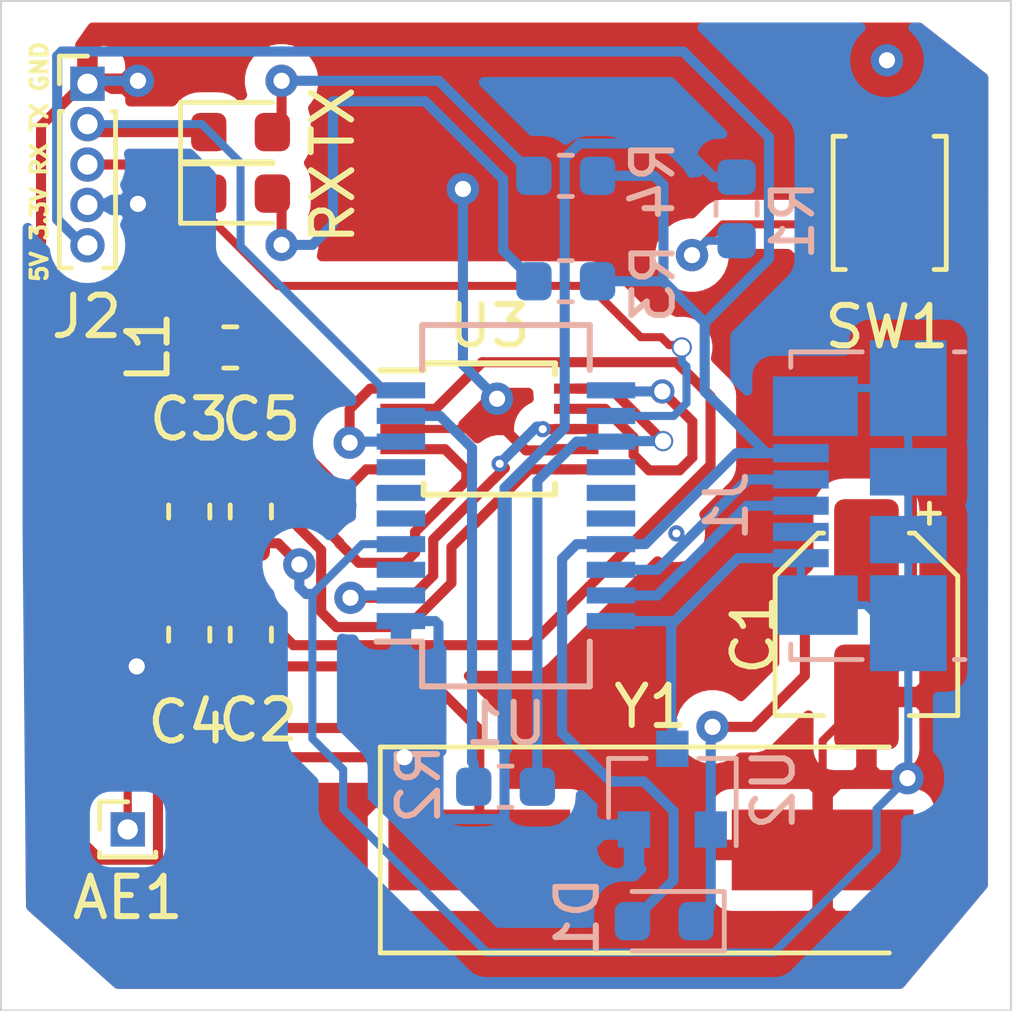
<source format=kicad_pcb>
(kicad_pcb (version 20171130) (host pcbnew "(5.1.2)-2")

  (general
    (thickness 1.6)
    (drawings 6)
    (tracks 315)
    (zones 0)
    (modules 21)
    (nets 29)
  )

  (page A4)
  (layers
    (0 F.Cu signal)
    (31 B.Cu signal)
    (32 B.Adhes user)
    (33 F.Adhes user)
    (34 B.Paste user)
    (35 F.Paste user)
    (36 B.SilkS user)
    (37 F.SilkS user)
    (38 B.Mask user)
    (39 F.Mask user)
    (40 Dwgs.User user)
    (41 Cmts.User user)
    (42 Eco1.User user)
    (43 Eco2.User user)
    (44 Edge.Cuts user)
    (45 Margin user)
    (46 B.CrtYd user)
    (47 F.CrtYd user)
    (48 B.Fab user)
    (49 F.Fab user)
  )

  (setup
    (last_trace_width 0.25)
    (user_trace_width 0.2)
    (trace_clearance 0.2)
    (zone_clearance 0.508)
    (zone_45_only no)
    (trace_min 0.2)
    (via_size 0.8)
    (via_drill 0.4)
    (via_min_size 0.4)
    (via_min_drill 0.3)
    (uvia_size 0.3)
    (uvia_drill 0.1)
    (uvias_allowed no)
    (uvia_min_size 0.2)
    (uvia_min_drill 0.1)
    (edge_width 0.05)
    (segment_width 0.2)
    (pcb_text_width 0.3)
    (pcb_text_size 1.5 1.5)
    (mod_edge_width 0.12)
    (mod_text_size 1 1)
    (mod_text_width 0.15)
    (pad_size 1.524 1.524)
    (pad_drill 0.762)
    (pad_to_mask_clearance 0.051)
    (solder_mask_min_width 0.25)
    (aux_axis_origin 0 0)
    (visible_elements 7FFDFFFF)
    (pcbplotparams
      (layerselection 0x010fc_ffffffff)
      (usegerberextensions false)
      (usegerberattributes false)
      (usegerberadvancedattributes false)
      (creategerberjobfile false)
      (excludeedgelayer true)
      (linewidth 0.100000)
      (plotframeref false)
      (viasonmask false)
      (mode 1)
      (useauxorigin false)
      (hpglpennumber 1)
      (hpglpenspeed 20)
      (hpglpendiameter 15.000000)
      (psnegative false)
      (psa4output false)
      (plotreference true)
      (plotvalue true)
      (plotinvisibletext false)
      (padsonsilk false)
      (subtractmaskfromsilk false)
      (outputformat 4)
      (mirror false)
      (drillshape 0)
      (scaleselection 1)
      (outputdirectory "./"))
  )

  (net 0 "")
  (net 1 "Net-(AE1-Pad1)")
  (net 2 "Net-(C1-Pad1)")
  (net 3 GND)
  (net 4 "Net-(C2-Pad1)")
  (net 5 "Net-(C2-Pad2)")
  (net 6 "Net-(C3-Pad1)")
  (net 7 +5V)
  (net 8 RX)
  (net 9 "Net-(D2-Pad2)")
  (net 10 "Net-(D3-Pad2)")
  (net 11 D-)
  (net 12 D+)
  (net 13 "Net-(J1-Pad4)")
  (net 14 +3V3)
  (net 15 "Net-(R1-Pad2)")
  (net 16 "Net-(R2-Pad2)")
  (net 17 DATA)
  (net 18 CLKOUT)
  (net 19 "Net-(U1-Pad3)")
  (net 20 "Net-(U1-Pad5)")
  (net 21 "Net-(U1-Pad6)")
  (net 22 "Net-(U1-Pad7)")
  (net 23 EN)
  (net 24 TX)
  (net 25 SCK)
  (net 26 "Net-(U1-Pad14)")
  (net 27 "Net-(U1-Pad15)")
  (net 28 "Net-(U1-Pad16)")

  (net_class Default "This is the default net class."
    (clearance 0.2)
    (trace_width 0.25)
    (via_dia 0.8)
    (via_drill 0.4)
    (uvia_dia 0.3)
    (uvia_drill 0.1)
    (add_net +3V3)
    (add_net +5V)
    (add_net CLKOUT)
    (add_net D+)
    (add_net D-)
    (add_net DATA)
    (add_net EN)
    (add_net GND)
    (add_net "Net-(AE1-Pad1)")
    (add_net "Net-(C1-Pad1)")
    (add_net "Net-(C2-Pad1)")
    (add_net "Net-(C2-Pad2)")
    (add_net "Net-(C3-Pad1)")
    (add_net "Net-(D2-Pad2)")
    (add_net "Net-(D3-Pad2)")
    (add_net "Net-(J1-Pad4)")
    (add_net "Net-(R1-Pad2)")
    (add_net "Net-(R2-Pad2)")
    (add_net "Net-(U1-Pad14)")
    (add_net "Net-(U1-Pad15)")
    (add_net "Net-(U1-Pad16)")
    (add_net "Net-(U1-Pad3)")
    (add_net "Net-(U1-Pad5)")
    (add_net "Net-(U1-Pad6)")
    (add_net "Net-(U1-Pad7)")
    (add_net RX)
    (add_net SCK)
    (add_net TX)
  )

  (module Connector_PinHeader_1.00mm:PinHeader_1x01_P1.00mm_Vertical (layer F.Cu) (tedit 59FED738) (tstamp 5D2BF0C9)
    (at 150.876 107.188)
    (descr "Through hole straight pin header, 1x01, 1.00mm pitch, single row")
    (tags "Through hole pin header THT 1x01 1.00mm single row")
    (path /5D2AED1C/5D2E2D36)
    (fp_text reference AE1 (at 0.004 1.692) (layer F.SilkS)
      (effects (font (size 1 1) (thickness 0.15)))
    )
    (fp_text value Antenna (at 0 1.56) (layer F.Fab)
      (effects (font (size 1 1) (thickness 0.15)))
    )
    (fp_line (start -0.3175 -0.5) (end 0.635 -0.5) (layer F.Fab) (width 0.1))
    (fp_line (start 0.635 -0.5) (end 0.635 0.5) (layer F.Fab) (width 0.1))
    (fp_line (start 0.635 0.5) (end -0.635 0.5) (layer F.Fab) (width 0.1))
    (fp_line (start -0.635 0.5) (end -0.635 -0.1825) (layer F.Fab) (width 0.1))
    (fp_line (start -0.635 -0.1825) (end -0.3175 -0.5) (layer F.Fab) (width 0.1))
    (fp_line (start -0.695 0.685) (end 0.695 0.685) (layer F.SilkS) (width 0.12))
    (fp_line (start -0.695 0.685) (end -0.695 0.56) (layer F.SilkS) (width 0.12))
    (fp_line (start 0.695 0.685) (end 0.695 0.56) (layer F.SilkS) (width 0.12))
    (fp_line (start -0.695 0.685) (end -0.608276 0.685) (layer F.SilkS) (width 0.12))
    (fp_line (start 0.608276 0.685) (end 0.695 0.685) (layer F.SilkS) (width 0.12))
    (fp_line (start -0.695 0) (end -0.695 -0.685) (layer F.SilkS) (width 0.12))
    (fp_line (start -0.695 -0.685) (end 0 -0.685) (layer F.SilkS) (width 0.12))
    (fp_line (start -1.15 -1) (end -1.15 1) (layer F.CrtYd) (width 0.05))
    (fp_line (start -1.15 1) (end 1.15 1) (layer F.CrtYd) (width 0.05))
    (fp_line (start 1.15 1) (end 1.15 -1) (layer F.CrtYd) (width 0.05))
    (fp_line (start 1.15 -1) (end -1.15 -1) (layer F.CrtYd) (width 0.05))
    (fp_text user %R (at 0 0 90) (layer F.Fab)
      (effects (font (size 0.76 0.76) (thickness 0.114)))
    )
    (pad 1 thru_hole rect (at 0 0) (size 0.85 0.85) (drill 0.5) (layers *.Cu *.Mask)
      (net 1 "Net-(AE1-Pad1)"))
    (model ${KISYS3DMOD}/Connector_PinHeader_1.00mm.3dshapes/PinHeader_1x01_P1.00mm_Vertical.wrl
      (at (xyz 0 0 0))
      (scale (xyz 1 1 1))
      (rotate (xyz 0 0 0))
    )
  )

  (module Capacitor_SMD:CP_Elec_4x3 (layer F.Cu) (tedit 5BCA39CF) (tstamp 5D2BFC2A)
    (at 169.164 102.108 270)
    (descr "SMD capacitor, aluminum electrolytic, Nichicon, 4.0x3mm")
    (tags "capacitor electrolytic")
    (path /5D2AECF7/5D2B6D3E)
    (attr smd)
    (fp_text reference C1 (at 0.254 2.794 90) (layer F.SilkS)
      (effects (font (size 1 1) (thickness 0.15)))
    )
    (fp_text value 0,1uF (at 0 3.2 90) (layer F.Fab)
      (effects (font (size 1 1) (thickness 0.15)))
    )
    (fp_circle (center 0 0) (end 2 0) (layer F.Fab) (width 0.1))
    (fp_line (start 2.15 -2.15) (end 2.15 2.15) (layer F.Fab) (width 0.1))
    (fp_line (start -1.15 -2.15) (end 2.15 -2.15) (layer F.Fab) (width 0.1))
    (fp_line (start -1.15 2.15) (end 2.15 2.15) (layer F.Fab) (width 0.1))
    (fp_line (start -2.15 -1.15) (end -2.15 1.15) (layer F.Fab) (width 0.1))
    (fp_line (start -2.15 -1.15) (end -1.15 -2.15) (layer F.Fab) (width 0.1))
    (fp_line (start -2.15 1.15) (end -1.15 2.15) (layer F.Fab) (width 0.1))
    (fp_line (start -1.574773 -1) (end -1.174773 -1) (layer F.Fab) (width 0.1))
    (fp_line (start -1.374773 -1.2) (end -1.374773 -0.8) (layer F.Fab) (width 0.1))
    (fp_line (start 2.26 2.26) (end 2.26 1.06) (layer F.SilkS) (width 0.12))
    (fp_line (start 2.26 -2.26) (end 2.26 -1.06) (layer F.SilkS) (width 0.12))
    (fp_line (start -1.195563 -2.26) (end 2.26 -2.26) (layer F.SilkS) (width 0.12))
    (fp_line (start -1.195563 2.26) (end 2.26 2.26) (layer F.SilkS) (width 0.12))
    (fp_line (start -2.26 1.195563) (end -2.26 1.06) (layer F.SilkS) (width 0.12))
    (fp_line (start -2.26 -1.195563) (end -2.26 -1.06) (layer F.SilkS) (width 0.12))
    (fp_line (start -2.26 -1.195563) (end -1.195563 -2.26) (layer F.SilkS) (width 0.12))
    (fp_line (start -2.26 1.195563) (end -1.195563 2.26) (layer F.SilkS) (width 0.12))
    (fp_line (start -3 -1.56) (end -2.5 -1.56) (layer F.SilkS) (width 0.12))
    (fp_line (start -2.75 -1.81) (end -2.75 -1.31) (layer F.SilkS) (width 0.12))
    (fp_line (start 2.4 -2.4) (end 2.4 -1.05) (layer F.CrtYd) (width 0.05))
    (fp_line (start 2.4 -1.05) (end 3.35 -1.05) (layer F.CrtYd) (width 0.05))
    (fp_line (start 3.35 -1.05) (end 3.35 1.05) (layer F.CrtYd) (width 0.05))
    (fp_line (start 3.35 1.05) (end 2.4 1.05) (layer F.CrtYd) (width 0.05))
    (fp_line (start 2.4 1.05) (end 2.4 2.4) (layer F.CrtYd) (width 0.05))
    (fp_line (start -1.25 2.4) (end 2.4 2.4) (layer F.CrtYd) (width 0.05))
    (fp_line (start -1.25 -2.4) (end 2.4 -2.4) (layer F.CrtYd) (width 0.05))
    (fp_line (start -2.4 1.25) (end -1.25 2.4) (layer F.CrtYd) (width 0.05))
    (fp_line (start -2.4 -1.25) (end -1.25 -2.4) (layer F.CrtYd) (width 0.05))
    (fp_line (start -2.4 -1.25) (end -2.4 -1.05) (layer F.CrtYd) (width 0.05))
    (fp_line (start -2.4 1.05) (end -2.4 1.25) (layer F.CrtYd) (width 0.05))
    (fp_line (start -2.4 -1.05) (end -3.35 -1.05) (layer F.CrtYd) (width 0.05))
    (fp_line (start -3.35 -1.05) (end -3.35 1.05) (layer F.CrtYd) (width 0.05))
    (fp_line (start -3.35 1.05) (end -2.4 1.05) (layer F.CrtYd) (width 0.05))
    (fp_text user %R (at 0 0 90) (layer F.Fab)
      (effects (font (size 0.8 0.8) (thickness 0.12)))
    )
    (pad 1 smd roundrect (at -1.8 0 270) (size 2.6 1.6) (layers F.Cu F.Paste F.Mask) (roundrect_rratio 0.15625)
      (net 2 "Net-(C1-Pad1)"))
    (pad 2 smd roundrect (at 1.8 0 270) (size 2.6 1.6) (layers F.Cu F.Paste F.Mask) (roundrect_rratio 0.15625)
      (net 3 GND))
    (model ${KISYS3DMOD}/Capacitor_SMD.3dshapes/CP_Elec_4x3.wrl
      (at (xyz 0 0 0))
      (scale (xyz 1 1 1))
      (rotate (xyz 0 0 0))
    )
  )

  (module Capacitor_SMD:C_0603_1608Metric (layer F.Cu) (tedit 5B301BBE) (tstamp 5D2BF102)
    (at 153.924 102.362 270)
    (descr "Capacitor SMD 0603 (1608 Metric), square (rectangular) end terminal, IPC_7351 nominal, (Body size source: http://www.tortai-tech.com/upload/download/2011102023233369053.pdf), generated with kicad-footprint-generator")
    (tags capacitor)
    (path /5D2AED1C/5D2DE390)
    (attr smd)
    (fp_text reference C2 (at 2.118 -0.186 180) (layer F.SilkS)
      (effects (font (size 1 1) (thickness 0.15)))
    )
    (fp_text value 8.2pF (at 0 1.43 90) (layer F.Fab)
      (effects (font (size 1 1) (thickness 0.15)))
    )
    (fp_line (start -0.8 0.4) (end -0.8 -0.4) (layer F.Fab) (width 0.1))
    (fp_line (start -0.8 -0.4) (end 0.8 -0.4) (layer F.Fab) (width 0.1))
    (fp_line (start 0.8 -0.4) (end 0.8 0.4) (layer F.Fab) (width 0.1))
    (fp_line (start 0.8 0.4) (end -0.8 0.4) (layer F.Fab) (width 0.1))
    (fp_line (start -0.162779 -0.51) (end 0.162779 -0.51) (layer F.SilkS) (width 0.12))
    (fp_line (start -0.162779 0.51) (end 0.162779 0.51) (layer F.SilkS) (width 0.12))
    (fp_line (start -1.48 0.73) (end -1.48 -0.73) (layer F.CrtYd) (width 0.05))
    (fp_line (start -1.48 -0.73) (end 1.48 -0.73) (layer F.CrtYd) (width 0.05))
    (fp_line (start 1.48 -0.73) (end 1.48 0.73) (layer F.CrtYd) (width 0.05))
    (fp_line (start 1.48 0.73) (end -1.48 0.73) (layer F.CrtYd) (width 0.05))
    (fp_text user %R (at 0 0 90) (layer F.Fab)
      (effects (font (size 0.4 0.4) (thickness 0.06)))
    )
    (pad 1 smd roundrect (at -0.7875 0 270) (size 0.875 0.95) (layers F.Cu F.Paste F.Mask) (roundrect_rratio 0.25)
      (net 4 "Net-(C2-Pad1)"))
    (pad 2 smd roundrect (at 0.7875 0 270) (size 0.875 0.95) (layers F.Cu F.Paste F.Mask) (roundrect_rratio 0.25)
      (net 5 "Net-(C2-Pad2)"))
    (model ${KISYS3DMOD}/Capacitor_SMD.3dshapes/C_0603_1608Metric.wrl
      (at (xyz 0 0 0))
      (scale (xyz 1 1 1))
      (rotate (xyz 0 0 0))
    )
  )

  (module Capacitor_SMD:C_0603_1608Metric (layer F.Cu) (tedit 5B301BBE) (tstamp 5D2BF113)
    (at 152.4 99.314 270)
    (descr "Capacitor SMD 0603 (1608 Metric), square (rectangular) end terminal, IPC_7351 nominal, (Body size source: http://www.tortai-tech.com/upload/download/2011102023233369053.pdf), generated with kicad-footprint-generator")
    (tags capacitor)
    (path /5D2AED1C/5D2DFEF0)
    (attr smd)
    (fp_text reference C3 (at -2.286 0 180) (layer F.SilkS)
      (effects (font (size 1 1) (thickness 0.15)))
    )
    (fp_text value 100nF (at 0 1.43 90) (layer F.Fab)
      (effects (font (size 1 1) (thickness 0.15)))
    )
    (fp_text user %R (at 0 0 90) (layer F.Fab)
      (effects (font (size 0.4 0.4) (thickness 0.06)))
    )
    (fp_line (start 1.48 0.73) (end -1.48 0.73) (layer F.CrtYd) (width 0.05))
    (fp_line (start 1.48 -0.73) (end 1.48 0.73) (layer F.CrtYd) (width 0.05))
    (fp_line (start -1.48 -0.73) (end 1.48 -0.73) (layer F.CrtYd) (width 0.05))
    (fp_line (start -1.48 0.73) (end -1.48 -0.73) (layer F.CrtYd) (width 0.05))
    (fp_line (start -0.162779 0.51) (end 0.162779 0.51) (layer F.SilkS) (width 0.12))
    (fp_line (start -0.162779 -0.51) (end 0.162779 -0.51) (layer F.SilkS) (width 0.12))
    (fp_line (start 0.8 0.4) (end -0.8 0.4) (layer F.Fab) (width 0.1))
    (fp_line (start 0.8 -0.4) (end 0.8 0.4) (layer F.Fab) (width 0.1))
    (fp_line (start -0.8 -0.4) (end 0.8 -0.4) (layer F.Fab) (width 0.1))
    (fp_line (start -0.8 0.4) (end -0.8 -0.4) (layer F.Fab) (width 0.1))
    (pad 2 smd roundrect (at 0.7875 0 270) (size 0.875 0.95) (layers F.Cu F.Paste F.Mask) (roundrect_rratio 0.25)
      (net 3 GND))
    (pad 1 smd roundrect (at -0.7875 0 270) (size 0.875 0.95) (layers F.Cu F.Paste F.Mask) (roundrect_rratio 0.25)
      (net 6 "Net-(C3-Pad1)"))
    (model ${KISYS3DMOD}/Capacitor_SMD.3dshapes/C_0603_1608Metric.wrl
      (at (xyz 0 0 0))
      (scale (xyz 1 1 1))
      (rotate (xyz 0 0 0))
    )
  )

  (module Capacitor_SMD:C_0603_1608Metric (layer F.Cu) (tedit 5B301BBE) (tstamp 5D2BF124)
    (at 152.4 102.362 270)
    (descr "Capacitor SMD 0603 (1608 Metric), square (rectangular) end terminal, IPC_7351 nominal, (Body size source: http://www.tortai-tech.com/upload/download/2011102023233369053.pdf), generated with kicad-footprint-generator")
    (tags capacitor)
    (path /5D2AED1C/5D2DA306)
    (attr smd)
    (fp_text reference C4 (at 2.168 0.04 180) (layer F.SilkS)
      (effects (font (size 1 1) (thickness 0.15)))
    )
    (fp_text value 10pF (at 0 1.43 90) (layer F.Fab)
      (effects (font (size 1 1) (thickness 0.15)))
    )
    (fp_line (start -0.8 0.4) (end -0.8 -0.4) (layer F.Fab) (width 0.1))
    (fp_line (start -0.8 -0.4) (end 0.8 -0.4) (layer F.Fab) (width 0.1))
    (fp_line (start 0.8 -0.4) (end 0.8 0.4) (layer F.Fab) (width 0.1))
    (fp_line (start 0.8 0.4) (end -0.8 0.4) (layer F.Fab) (width 0.1))
    (fp_line (start -0.162779 -0.51) (end 0.162779 -0.51) (layer F.SilkS) (width 0.12))
    (fp_line (start -0.162779 0.51) (end 0.162779 0.51) (layer F.SilkS) (width 0.12))
    (fp_line (start -1.48 0.73) (end -1.48 -0.73) (layer F.CrtYd) (width 0.05))
    (fp_line (start -1.48 -0.73) (end 1.48 -0.73) (layer F.CrtYd) (width 0.05))
    (fp_line (start 1.48 -0.73) (end 1.48 0.73) (layer F.CrtYd) (width 0.05))
    (fp_line (start 1.48 0.73) (end -1.48 0.73) (layer F.CrtYd) (width 0.05))
    (fp_text user %R (at 0 0 90) (layer F.Fab)
      (effects (font (size 0.4 0.4) (thickness 0.06)))
    )
    (pad 1 smd roundrect (at -0.7875 0 270) (size 0.875 0.95) (layers F.Cu F.Paste F.Mask) (roundrect_rratio 0.25)
      (net 1 "Net-(AE1-Pad1)"))
    (pad 2 smd roundrect (at 0.7875 0 270) (size 0.875 0.95) (layers F.Cu F.Paste F.Mask) (roundrect_rratio 0.25)
      (net 3 GND))
    (model ${KISYS3DMOD}/Capacitor_SMD.3dshapes/C_0603_1608Metric.wrl
      (at (xyz 0 0 0))
      (scale (xyz 1 1 1))
      (rotate (xyz 0 0 0))
    )
  )

  (module Capacitor_SMD:C_0603_1608Metric (layer F.Cu) (tedit 5B301BBE) (tstamp 5D2BF135)
    (at 153.924 99.314 270)
    (descr "Capacitor SMD 0603 (1608 Metric), square (rectangular) end terminal, IPC_7351 nominal, (Body size source: http://www.tortai-tech.com/upload/download/2011102023233369053.pdf), generated with kicad-footprint-generator")
    (tags capacitor)
    (path /5D2AED1C/5D2DAA11)
    (attr smd)
    (fp_text reference C5 (at -2.286 -0.254 180) (layer F.SilkS)
      (effects (font (size 1 1) (thickness 0.15)))
    )
    (fp_text value CP1 (at 0 1.43 90) (layer F.Fab)
      (effects (font (size 1 1) (thickness 0.15)))
    )
    (fp_text user %R (at 0 0 90) (layer F.Fab)
      (effects (font (size 0.4 0.4) (thickness 0.06)))
    )
    (fp_line (start 1.48 0.73) (end -1.48 0.73) (layer F.CrtYd) (width 0.05))
    (fp_line (start 1.48 -0.73) (end 1.48 0.73) (layer F.CrtYd) (width 0.05))
    (fp_line (start -1.48 -0.73) (end 1.48 -0.73) (layer F.CrtYd) (width 0.05))
    (fp_line (start -1.48 0.73) (end -1.48 -0.73) (layer F.CrtYd) (width 0.05))
    (fp_line (start -0.162779 0.51) (end 0.162779 0.51) (layer F.SilkS) (width 0.12))
    (fp_line (start -0.162779 -0.51) (end 0.162779 -0.51) (layer F.SilkS) (width 0.12))
    (fp_line (start 0.8 0.4) (end -0.8 0.4) (layer F.Fab) (width 0.1))
    (fp_line (start 0.8 -0.4) (end 0.8 0.4) (layer F.Fab) (width 0.1))
    (fp_line (start -0.8 -0.4) (end 0.8 -0.4) (layer F.Fab) (width 0.1))
    (fp_line (start -0.8 0.4) (end -0.8 -0.4) (layer F.Fab) (width 0.1))
    (pad 2 smd roundrect (at 0.7875 0 270) (size 0.875 0.95) (layers F.Cu F.Paste F.Mask) (roundrect_rratio 0.25)
      (net 3 GND))
    (pad 1 smd roundrect (at -0.7875 0 270) (size 0.875 0.95) (layers F.Cu F.Paste F.Mask) (roundrect_rratio 0.25)
      (net 1 "Net-(AE1-Pad1)"))
    (model ${KISYS3DMOD}/Capacitor_SMD.3dshapes/C_0603_1608Metric.wrl
      (at (xyz 0 0 0))
      (scale (xyz 1 1 1))
      (rotate (xyz 0 0 0))
    )
  )

  (module Diode_SMD:D_0603_1608Metric (layer B.Cu) (tedit 5B301BBE) (tstamp 5D2BFBDF)
    (at 164.16 109.46 180)
    (descr "Diode SMD 0603 (1608 Metric), square (rectangular) end terminal, IPC_7351 nominal, (Body size source: http://www.tortai-tech.com/upload/download/2011102023233369053.pdf), generated with kicad-footprint-generator")
    (tags diode)
    (path /5D2AECF7/5D2B633E)
    (attr smd)
    (fp_text reference D1 (at 2.15 0.11 270) (layer B.SilkS)
      (effects (font (size 1 1) (thickness 0.15)) (justify mirror))
    )
    (fp_text value D_Schottky (at 0 -1.43) (layer B.Fab)
      (effects (font (size 1 1) (thickness 0.15)) (justify mirror))
    )
    (fp_line (start 0.8 0.4) (end -0.5 0.4) (layer B.Fab) (width 0.1))
    (fp_line (start -0.5 0.4) (end -0.8 0.1) (layer B.Fab) (width 0.1))
    (fp_line (start -0.8 0.1) (end -0.8 -0.4) (layer B.Fab) (width 0.1))
    (fp_line (start -0.8 -0.4) (end 0.8 -0.4) (layer B.Fab) (width 0.1))
    (fp_line (start 0.8 -0.4) (end 0.8 0.4) (layer B.Fab) (width 0.1))
    (fp_line (start 0.8 0.735) (end -1.485 0.735) (layer B.SilkS) (width 0.12))
    (fp_line (start -1.485 0.735) (end -1.485 -0.735) (layer B.SilkS) (width 0.12))
    (fp_line (start -1.485 -0.735) (end 0.8 -0.735) (layer B.SilkS) (width 0.12))
    (fp_line (start -1.48 -0.73) (end -1.48 0.73) (layer B.CrtYd) (width 0.05))
    (fp_line (start -1.48 0.73) (end 1.48 0.73) (layer B.CrtYd) (width 0.05))
    (fp_line (start 1.48 0.73) (end 1.48 -0.73) (layer B.CrtYd) (width 0.05))
    (fp_line (start 1.48 -0.73) (end -1.48 -0.73) (layer B.CrtYd) (width 0.05))
    (fp_text user %R (at 0 0) (layer B.Fab)
      (effects (font (size 0.4 0.4) (thickness 0.06)) (justify mirror))
    )
    (pad 1 smd roundrect (at -0.7875 0 180) (size 0.875 0.95) (layers B.Cu B.Paste B.Mask) (roundrect_rratio 0.25)
      (net 2 "Net-(C1-Pad1)"))
    (pad 2 smd roundrect (at 0.7875 0 180) (size 0.875 0.95) (layers B.Cu B.Paste B.Mask) (roundrect_rratio 0.25)
      (net 7 +5V))
    (model ${KISYS3DMOD}/Diode_SMD.3dshapes/D_0603_1608Metric.wrl
      (at (xyz 0 0 0))
      (scale (xyz 1 1 1))
      (rotate (xyz 0 0 0))
    )
  )

  (module LED_SMD:LED_0603_1608Metric (layer F.Cu) (tedit 5B301BBE) (tstamp 5D2C07EE)
    (at 153.67 91.44)
    (descr "LED SMD 0603 (1608 Metric), square (rectangular) end terminal, IPC_7351 nominal, (Body size source: http://www.tortai-tech.com/upload/download/2011102023233369053.pdf), generated with kicad-footprint-generator")
    (tags diode)
    (path /5D2AECF7/5D2C756A)
    (attr smd)
    (fp_text reference RX (at 2.286 0.254 90) (layer F.SilkS)
      (effects (font (size 1 1) (thickness 0.15)))
    )
    (fp_text value LED (at 0 1.43) (layer F.Fab)
      (effects (font (size 1 1) (thickness 0.15)))
    )
    (fp_line (start 0.8 -0.4) (end -0.5 -0.4) (layer F.Fab) (width 0.1))
    (fp_line (start -0.5 -0.4) (end -0.8 -0.1) (layer F.Fab) (width 0.1))
    (fp_line (start -0.8 -0.1) (end -0.8 0.4) (layer F.Fab) (width 0.1))
    (fp_line (start -0.8 0.4) (end 0.8 0.4) (layer F.Fab) (width 0.1))
    (fp_line (start 0.8 0.4) (end 0.8 -0.4) (layer F.Fab) (width 0.1))
    (fp_line (start 0.8 -0.735) (end -1.485 -0.735) (layer F.SilkS) (width 0.12))
    (fp_line (start -1.485 -0.735) (end -1.485 0.735) (layer F.SilkS) (width 0.12))
    (fp_line (start -1.485 0.735) (end 0.8 0.735) (layer F.SilkS) (width 0.12))
    (fp_line (start -1.48 0.73) (end -1.48 -0.73) (layer F.CrtYd) (width 0.05))
    (fp_line (start -1.48 -0.73) (end 1.48 -0.73) (layer F.CrtYd) (width 0.05))
    (fp_line (start 1.48 -0.73) (end 1.48 0.73) (layer F.CrtYd) (width 0.05))
    (fp_line (start 1.48 0.73) (end -1.48 0.73) (layer F.CrtYd) (width 0.05))
    (fp_text user %R (at 0 0) (layer F.Fab)
      (effects (font (size 0.4 0.4) (thickness 0.06)))
    )
    (pad 1 smd roundrect (at -0.7875 0) (size 0.875 0.95) (layers F.Cu F.Paste F.Mask) (roundrect_rratio 0.25)
      (net 8 RX))
    (pad 2 smd roundrect (at 0.7875 0) (size 0.875 0.95) (layers F.Cu F.Paste F.Mask) (roundrect_rratio 0.25)
      (net 9 "Net-(D2-Pad2)"))
    (model ${KISYS3DMOD}/LED_SMD.3dshapes/LED_0603_1608Metric.wrl
      (at (xyz 0 0 0))
      (scale (xyz 1 1 1))
      (rotate (xyz 0 0 0))
    )
  )

  (module LED_SMD:LED_0603_1608Metric (layer F.Cu) (tedit 5B301BBE) (tstamp 5D2C1165)
    (at 153.67 89.916)
    (descr "LED SMD 0603 (1608 Metric), square (rectangular) end terminal, IPC_7351 nominal, (Body size source: http://www.tortai-tech.com/upload/download/2011102023233369053.pdf), generated with kicad-footprint-generator")
    (tags diode)
    (path /5D2AECF7/5D2CDB03)
    (attr smd)
    (fp_text reference TX (at 2.28 -0.266 90) (layer F.SilkS)
      (effects (font (size 1 1) (thickness 0.15)))
    )
    (fp_text value LED (at 0 1.43) (layer F.Fab)
      (effects (font (size 1 1) (thickness 0.15)))
    )
    (fp_text user %R (at 0 0) (layer F.Fab)
      (effects (font (size 0.4 0.4) (thickness 0.06)))
    )
    (fp_line (start 1.48 0.73) (end -1.48 0.73) (layer F.CrtYd) (width 0.05))
    (fp_line (start 1.48 -0.73) (end 1.48 0.73) (layer F.CrtYd) (width 0.05))
    (fp_line (start -1.48 -0.73) (end 1.48 -0.73) (layer F.CrtYd) (width 0.05))
    (fp_line (start -1.48 0.73) (end -1.48 -0.73) (layer F.CrtYd) (width 0.05))
    (fp_line (start -1.485 0.735) (end 0.8 0.735) (layer F.SilkS) (width 0.12))
    (fp_line (start -1.485 -0.735) (end -1.485 0.735) (layer F.SilkS) (width 0.12))
    (fp_line (start 0.8 -0.735) (end -1.485 -0.735) (layer F.SilkS) (width 0.12))
    (fp_line (start 0.8 0.4) (end 0.8 -0.4) (layer F.Fab) (width 0.1))
    (fp_line (start -0.8 0.4) (end 0.8 0.4) (layer F.Fab) (width 0.1))
    (fp_line (start -0.8 -0.1) (end -0.8 0.4) (layer F.Fab) (width 0.1))
    (fp_line (start -0.5 -0.4) (end -0.8 -0.1) (layer F.Fab) (width 0.1))
    (fp_line (start 0.8 -0.4) (end -0.5 -0.4) (layer F.Fab) (width 0.1))
    (pad 2 smd roundrect (at 0.7875 0) (size 0.875 0.95) (layers F.Cu F.Paste F.Mask) (roundrect_rratio 0.25)
      (net 10 "Net-(D3-Pad2)"))
    (pad 1 smd roundrect (at -0.7875 0) (size 0.875 0.95) (layers F.Cu F.Paste F.Mask) (roundrect_rratio 0.25)
      (net 24 TX))
    (model ${KISYS3DMOD}/LED_SMD.3dshapes/LED_0603_1608Metric.wrl
      (at (xyz 0 0 0))
      (scale (xyz 1 1 1))
      (rotate (xyz 0 0 0))
    )
  )

  (module Connector_USB:USB_Micro-B_Molex_47346-0001 (layer B.Cu) (tedit 5A1DC0BD) (tstamp 5D2BFB23)
    (at 169 99.17 270)
    (descr "Micro USB B receptable with flange, bottom-mount, SMD, right-angle (http://www.molex.com/pdm_docs/sd/473460001_sd.pdf)")
    (tags "Micro B USB SMD")
    (path /5D2AECF7/5D2B44C9)
    (attr smd)
    (fp_text reference J1 (at 0 3.3 90) (layer B.SilkS)
      (effects (font (size 1 1) (thickness 0.15)) (justify mirror))
    )
    (fp_text value USB_B_Micro (at -0.11 -2.958 90) (layer B.Fab)
      (effects (font (size 1 1) (thickness 0.15)) (justify mirror))
    )
    (fp_text user "PCB Edge" (at 0 -2.67 90) (layer Dwgs.User)
      (effects (font (size 0.4 0.4) (thickness 0.04)))
    )
    (fp_text user %R (at 0 -1.2 270) (layer B.Fab)
      (effects (font (size 1 1) (thickness 0.15)) (justify mirror))
    )
    (fp_line (start 3.81 1.71) (end 3.43 1.71) (layer B.SilkS) (width 0.12))
    (fp_line (start 4.6 -3.9) (end -4.6 -3.9) (layer B.CrtYd) (width 0.05))
    (fp_line (start 4.6 2.7) (end 4.6 -3.9) (layer B.CrtYd) (width 0.05))
    (fp_line (start -4.6 2.7) (end 4.6 2.7) (layer B.CrtYd) (width 0.05))
    (fp_line (start -4.6 -3.9) (end -4.6 2.7) (layer B.CrtYd) (width 0.05))
    (fp_line (start 3.75 -3.35) (end -3.75 -3.35) (layer B.Fab) (width 0.1))
    (fp_line (start 3.75 1.65) (end 3.75 -3.35) (layer B.Fab) (width 0.1))
    (fp_line (start -3.75 1.65) (end 3.75 1.65) (layer B.Fab) (width 0.1))
    (fp_line (start -3.75 -3.35) (end -3.75 1.65) (layer B.Fab) (width 0.1))
    (fp_line (start 3.81 -2.34) (end 3.81 -2.6) (layer B.SilkS) (width 0.12))
    (fp_line (start 3.81 1.71) (end 3.81 -0.06) (layer B.SilkS) (width 0.12))
    (fp_line (start -3.81 1.71) (end -3.43 1.71) (layer B.SilkS) (width 0.12))
    (fp_line (start -3.81 -0.06) (end -3.81 1.71) (layer B.SilkS) (width 0.12))
    (fp_line (start -3.81 -2.6) (end -3.81 -2.34) (layer B.SilkS) (width 0.12))
    (fp_line (start -3.25 -2.65) (end 3.25 -2.65) (layer B.Fab) (width 0.1))
    (pad 1 smd rect (at -1.3 1.46 270) (size 0.45 1.38) (layers B.Cu B.Paste B.Mask)
      (net 7 +5V))
    (pad 2 smd rect (at -0.65 1.46 270) (size 0.45 1.38) (layers B.Cu B.Paste B.Mask)
      (net 11 D-))
    (pad 3 smd rect (at 0 1.46 270) (size 0.45 1.38) (layers B.Cu B.Paste B.Mask)
      (net 12 D+))
    (pad 4 smd rect (at 0.65 1.46 270) (size 0.45 1.38) (layers B.Cu B.Paste B.Mask)
      (net 13 "Net-(J1-Pad4)"))
    (pad 5 smd rect (at 1.3 1.46 270) (size 0.45 1.38) (layers B.Cu B.Paste B.Mask)
      (net 3 GND))
    (pad 6 smd rect (at -2.4625 1.1 270) (size 1.475 2.1) (layers B.Cu B.Paste B.Mask)
      (net 3 GND))
    (pad 6 smd rect (at 2.4625 1.1 270) (size 1.475 2.1) (layers B.Cu B.Paste B.Mask)
      (net 3 GND))
    (pad 6 smd rect (at -2.91 -1.2 270) (size 2.375 1.9) (layers B.Cu B.Paste B.Mask)
      (net 3 GND))
    (pad 6 smd rect (at 2.91 -1.2 270) (size 2.375 1.9) (layers B.Cu B.Paste B.Mask)
      (net 3 GND))
    (pad 6 smd rect (at -0.84 -1.2 270) (size 1.175 1.9) (layers B.Cu B.Paste B.Mask)
      (net 3 GND))
    (pad 6 smd rect (at 0.84 -1.2 270) (size 1.175 1.9) (layers B.Cu B.Paste B.Mask)
      (net 3 GND))
    (model ${KISYS3DMOD}/Connector_USB.3dshapes/USB_Micro-B_Molex_47346-0001.wrl
      (at (xyz 0 0 0))
      (scale (xyz 1 1 1))
      (rotate (xyz 0 0 0))
    )
  )

  (module Connector_PinHeader_1.00mm:PinHeader_1x05_P1.00mm_Vertical (layer F.Cu) (tedit 59FED738) (tstamp 5D2BFAD0)
    (at 149.88 88.72)
    (descr "Through hole straight pin header, 1x05, 1.00mm pitch, single row")
    (tags "Through hole pin header THT 1x05 1.00mm single row")
    (path /5D2AECF7/5D2BF8C3)
    (fp_text reference J2 (at -0.02 5.768) (layer F.SilkS)
      (effects (font (size 1 1) (thickness 0.15)))
    )
    (fp_text value Conn_01x05_Male (at 0 5.56) (layer F.Fab)
      (effects (font (size 1 1) (thickness 0.15)))
    )
    (fp_line (start -0.3175 -0.5) (end 0.635 -0.5) (layer F.Fab) (width 0.1))
    (fp_line (start 0.635 -0.5) (end 0.635 4.5) (layer F.Fab) (width 0.1))
    (fp_line (start 0.635 4.5) (end -0.635 4.5) (layer F.Fab) (width 0.1))
    (fp_line (start -0.635 4.5) (end -0.635 -0.1825) (layer F.Fab) (width 0.1))
    (fp_line (start -0.635 -0.1825) (end -0.3175 -0.5) (layer F.Fab) (width 0.1))
    (fp_line (start -0.695 4.56) (end -0.394493 4.56) (layer F.SilkS) (width 0.12))
    (fp_line (start 0.394493 4.56) (end 0.695 4.56) (layer F.SilkS) (width 0.12))
    (fp_line (start -0.695 0.685) (end -0.695 4.56) (layer F.SilkS) (width 0.12))
    (fp_line (start 0.695 0.685) (end 0.695 4.56) (layer F.SilkS) (width 0.12))
    (fp_line (start -0.695 0.685) (end -0.608276 0.685) (layer F.SilkS) (width 0.12))
    (fp_line (start 0.608276 0.685) (end 0.695 0.685) (layer F.SilkS) (width 0.12))
    (fp_line (start -0.695 0) (end -0.695 -0.685) (layer F.SilkS) (width 0.12))
    (fp_line (start -0.695 -0.685) (end 0 -0.685) (layer F.SilkS) (width 0.12))
    (fp_line (start -1.15 -1) (end -1.15 5) (layer F.CrtYd) (width 0.05))
    (fp_line (start -1.15 5) (end 1.15 5) (layer F.CrtYd) (width 0.05))
    (fp_line (start 1.15 5) (end 1.15 -1) (layer F.CrtYd) (width 0.05))
    (fp_line (start 1.15 -1) (end -1.15 -1) (layer F.CrtYd) (width 0.05))
    (fp_text user %R (at 0 2 90) (layer F.Fab)
      (effects (font (size 0.76 0.76) (thickness 0.114)))
    )
    (pad 1 thru_hole rect (at 0 0) (size 0.85 0.85) (drill 0.5) (layers *.Cu *.Mask)
      (net 3 GND))
    (pad 2 thru_hole oval (at 0 1) (size 0.85 0.85) (drill 0.5) (layers *.Cu *.Mask)
      (net 24 TX))
    (pad 3 thru_hole oval (at 0 2) (size 0.85 0.85) (drill 0.5) (layers *.Cu *.Mask)
      (net 8 RX))
    (pad 4 thru_hole oval (at 0 3) (size 0.85 0.85) (drill 0.5) (layers *.Cu *.Mask)
      (net 14 +3V3))
    (pad 5 thru_hole oval (at 0 4) (size 0.85 0.85) (drill 0.5) (layers *.Cu *.Mask)
      (net 7 +5V))
    (model ${KISYS3DMOD}/Connector_PinHeader_1.00mm.3dshapes/PinHeader_1x05_P1.00mm_Vertical.wrl
      (at (xyz 0 0 0))
      (scale (xyz 1 1 1))
      (rotate (xyz 0 0 0))
    )
  )

  (module Inductor_SMD:L_0603_1608Metric (layer F.Cu) (tedit 5B301BBE) (tstamp 5D2BF1BA)
    (at 153.416 95.25 180)
    (descr "Inductor SMD 0603 (1608 Metric), square (rectangular) end terminal, IPC_7351 nominal, (Body size source: http://www.tortai-tech.com/upload/download/2011102023233369053.pdf), generated with kicad-footprint-generator")
    (tags inductor)
    (path /5D2AED1C/5D2D9301)
    (attr smd)
    (fp_text reference L1 (at 2.032 0 90) (layer F.SilkS)
      (effects (font (size 1 1) (thickness 0.15)))
    )
    (fp_text value L (at 0 1.43) (layer F.Fab)
      (effects (font (size 1 1) (thickness 0.15)))
    )
    (fp_line (start -0.8 0.4) (end -0.8 -0.4) (layer F.Fab) (width 0.1))
    (fp_line (start -0.8 -0.4) (end 0.8 -0.4) (layer F.Fab) (width 0.1))
    (fp_line (start 0.8 -0.4) (end 0.8 0.4) (layer F.Fab) (width 0.1))
    (fp_line (start 0.8 0.4) (end -0.8 0.4) (layer F.Fab) (width 0.1))
    (fp_line (start -0.162779 -0.51) (end 0.162779 -0.51) (layer F.SilkS) (width 0.12))
    (fp_line (start -0.162779 0.51) (end 0.162779 0.51) (layer F.SilkS) (width 0.12))
    (fp_line (start -1.48 0.73) (end -1.48 -0.73) (layer F.CrtYd) (width 0.05))
    (fp_line (start -1.48 -0.73) (end 1.48 -0.73) (layer F.CrtYd) (width 0.05))
    (fp_line (start 1.48 -0.73) (end 1.48 0.73) (layer F.CrtYd) (width 0.05))
    (fp_line (start 1.48 0.73) (end -1.48 0.73) (layer F.CrtYd) (width 0.05))
    (fp_text user %R (at 0 0) (layer F.Fab)
      (effects (font (size 0.4 0.4) (thickness 0.06)))
    )
    (pad 1 smd roundrect (at -0.7875 0 180) (size 0.875 0.95) (layers F.Cu F.Paste F.Mask) (roundrect_rratio 0.25)
      (net 14 +3V3))
    (pad 2 smd roundrect (at 0.7875 0 180) (size 0.875 0.95) (layers F.Cu F.Paste F.Mask) (roundrect_rratio 0.25)
      (net 1 "Net-(AE1-Pad1)"))
    (model ${KISYS3DMOD}/Inductor_SMD.3dshapes/L_0603_1608Metric.wrl
      (at (xyz 0 0 0))
      (scale (xyz 1 1 1))
      (rotate (xyz 0 0 0))
    )
  )

  (module Resistor_SMD:R_0603_1608Metric (layer B.Cu) (tedit 5B301BBD) (tstamp 5D2BFA96)
    (at 165.95 91.82 270)
    (descr "Resistor SMD 0603 (1608 Metric), square (rectangular) end terminal, IPC_7351 nominal, (Body size source: http://www.tortai-tech.com/upload/download/2011102023233369053.pdf), generated with kicad-footprint-generator")
    (tags resistor)
    (path /5D2AECF7/5D2B0411)
    (attr smd)
    (fp_text reference R1 (at 0.28 -1.39 270) (layer B.SilkS)
      (effects (font (size 1 1) (thickness 0.15)) (justify mirror))
    )
    (fp_text value 10k (at 0 -1.43 270) (layer B.Fab)
      (effects (font (size 1 1) (thickness 0.15)) (justify mirror))
    )
    (fp_line (start -0.8 -0.4) (end -0.8 0.4) (layer B.Fab) (width 0.1))
    (fp_line (start -0.8 0.4) (end 0.8 0.4) (layer B.Fab) (width 0.1))
    (fp_line (start 0.8 0.4) (end 0.8 -0.4) (layer B.Fab) (width 0.1))
    (fp_line (start 0.8 -0.4) (end -0.8 -0.4) (layer B.Fab) (width 0.1))
    (fp_line (start -0.162779 0.51) (end 0.162779 0.51) (layer B.SilkS) (width 0.12))
    (fp_line (start -0.162779 -0.51) (end 0.162779 -0.51) (layer B.SilkS) (width 0.12))
    (fp_line (start -1.48 -0.73) (end -1.48 0.73) (layer B.CrtYd) (width 0.05))
    (fp_line (start -1.48 0.73) (end 1.48 0.73) (layer B.CrtYd) (width 0.05))
    (fp_line (start 1.48 0.73) (end 1.48 -0.73) (layer B.CrtYd) (width 0.05))
    (fp_line (start 1.48 -0.73) (end -1.48 -0.73) (layer B.CrtYd) (width 0.05))
    (fp_text user %R (at 0 0 270) (layer B.Fab)
      (effects (font (size 0.4 0.4) (thickness 0.06)) (justify mirror))
    )
    (pad 1 smd roundrect (at -0.7875 0 270) (size 0.875 0.95) (layers B.Cu B.Paste B.Mask) (roundrect_rratio 0.25)
      (net 14 +3V3))
    (pad 2 smd roundrect (at 0.7875 0 270) (size 0.875 0.95) (layers B.Cu B.Paste B.Mask) (roundrect_rratio 0.25)
      (net 15 "Net-(R1-Pad2)"))
    (model ${KISYS3DMOD}/Resistor_SMD.3dshapes/R_0603_1608Metric.wrl
      (at (xyz 0 0 0))
      (scale (xyz 1 1 1))
      (rotate (xyz 0 0 0))
    )
  )

  (module Resistor_SMD:R_0603_1608Metric (layer B.Cu) (tedit 5B301BBD) (tstamp 5D2BFA66)
    (at 160.23 106.13 180)
    (descr "Resistor SMD 0603 (1608 Metric), square (rectangular) end terminal, IPC_7351 nominal, (Body size source: http://www.tortai-tech.com/upload/download/2011102023233369053.pdf), generated with kicad-footprint-generator")
    (tags resistor)
    (path /5D2AECF7/5D2BC115)
    (attr smd)
    (fp_text reference R2 (at 2.15 0.07 90) (layer B.SilkS)
      (effects (font (size 1 1) (thickness 0.15)) (justify mirror))
    )
    (fp_text value 10k (at 0 -1.43) (layer B.Fab)
      (effects (font (size 1 1) (thickness 0.15)) (justify mirror))
    )
    (fp_text user %R (at 0 0) (layer B.Fab)
      (effects (font (size 0.4 0.4) (thickness 0.06)) (justify mirror))
    )
    (fp_line (start 1.48 -0.73) (end -1.48 -0.73) (layer B.CrtYd) (width 0.05))
    (fp_line (start 1.48 0.73) (end 1.48 -0.73) (layer B.CrtYd) (width 0.05))
    (fp_line (start -1.48 0.73) (end 1.48 0.73) (layer B.CrtYd) (width 0.05))
    (fp_line (start -1.48 -0.73) (end -1.48 0.73) (layer B.CrtYd) (width 0.05))
    (fp_line (start -0.162779 -0.51) (end 0.162779 -0.51) (layer B.SilkS) (width 0.12))
    (fp_line (start -0.162779 0.51) (end 0.162779 0.51) (layer B.SilkS) (width 0.12))
    (fp_line (start 0.8 -0.4) (end -0.8 -0.4) (layer B.Fab) (width 0.1))
    (fp_line (start 0.8 0.4) (end 0.8 -0.4) (layer B.Fab) (width 0.1))
    (fp_line (start -0.8 0.4) (end 0.8 0.4) (layer B.Fab) (width 0.1))
    (fp_line (start -0.8 -0.4) (end -0.8 0.4) (layer B.Fab) (width 0.1))
    (pad 2 smd roundrect (at 0.7875 0 180) (size 0.875 0.95) (layers B.Cu B.Paste B.Mask) (roundrect_rratio 0.25)
      (net 16 "Net-(R2-Pad2)"))
    (pad 1 smd roundrect (at -0.7875 0 180) (size 0.875 0.95) (layers B.Cu B.Paste B.Mask) (roundrect_rratio 0.25)
      (net 17 DATA))
    (model ${KISYS3DMOD}/Resistor_SMD.3dshapes/R_0603_1608Metric.wrl
      (at (xyz 0 0 0))
      (scale (xyz 1 1 1))
      (rotate (xyz 0 0 0))
    )
  )

  (module Resistor_SMD:R_0603_1608Metric (layer B.Cu) (tedit 5B301BBD) (tstamp 5D2BFA36)
    (at 161.72 93.61)
    (descr "Resistor SMD 0603 (1608 Metric), square (rectangular) end terminal, IPC_7351 nominal, (Body size source: http://www.tortai-tech.com/upload/download/2011102023233369053.pdf), generated with kicad-footprint-generator")
    (tags resistor)
    (path /5D2AECF7/5D2C7BFF)
    (attr smd)
    (fp_text reference R3 (at 2.17 0.05 90) (layer B.SilkS)
      (effects (font (size 1 1) (thickness 0.15)) (justify mirror))
    )
    (fp_text value 1.5k (at 0 -1.43) (layer B.Fab)
      (effects (font (size 1 1) (thickness 0.15)) (justify mirror))
    )
    (fp_line (start -0.8 -0.4) (end -0.8 0.4) (layer B.Fab) (width 0.1))
    (fp_line (start -0.8 0.4) (end 0.8 0.4) (layer B.Fab) (width 0.1))
    (fp_line (start 0.8 0.4) (end 0.8 -0.4) (layer B.Fab) (width 0.1))
    (fp_line (start 0.8 -0.4) (end -0.8 -0.4) (layer B.Fab) (width 0.1))
    (fp_line (start -0.162779 0.51) (end 0.162779 0.51) (layer B.SilkS) (width 0.12))
    (fp_line (start -0.162779 -0.51) (end 0.162779 -0.51) (layer B.SilkS) (width 0.12))
    (fp_line (start -1.48 -0.73) (end -1.48 0.73) (layer B.CrtYd) (width 0.05))
    (fp_line (start -1.48 0.73) (end 1.48 0.73) (layer B.CrtYd) (width 0.05))
    (fp_line (start 1.48 0.73) (end 1.48 -0.73) (layer B.CrtYd) (width 0.05))
    (fp_line (start 1.48 -0.73) (end -1.48 -0.73) (layer B.CrtYd) (width 0.05))
    (fp_text user %R (at 0 0) (layer B.Fab)
      (effects (font (size 0.4 0.4) (thickness 0.06)) (justify mirror))
    )
    (pad 1 smd roundrect (at -0.7875 0) (size 0.875 0.95) (layers B.Cu B.Paste B.Mask) (roundrect_rratio 0.25)
      (net 9 "Net-(D2-Pad2)"))
    (pad 2 smd roundrect (at 0.7875 0) (size 0.875 0.95) (layers B.Cu B.Paste B.Mask) (roundrect_rratio 0.25)
      (net 7 +5V))
    (model ${KISYS3DMOD}/Resistor_SMD.3dshapes/R_0603_1608Metric.wrl
      (at (xyz 0 0 0))
      (scale (xyz 1 1 1))
      (rotate (xyz 0 0 0))
    )
  )

  (module Resistor_SMD:R_0603_1608Metric (layer B.Cu) (tedit 5B301BBD) (tstamp 5D2BFA06)
    (at 161.72 91)
    (descr "Resistor SMD 0603 (1608 Metric), square (rectangular) end terminal, IPC_7351 nominal, (Body size source: http://www.tortai-tech.com/upload/download/2011102023233369053.pdf), generated with kicad-footprint-generator")
    (tags resistor)
    (path /5D2AECF7/5D2CE1E7)
    (attr smd)
    (fp_text reference R4 (at 2.16 0.11 90) (layer B.SilkS)
      (effects (font (size 1 1) (thickness 0.15)) (justify mirror))
    )
    (fp_text value 1.5k (at 0 -1.43) (layer B.Fab)
      (effects (font (size 1 1) (thickness 0.15)) (justify mirror))
    )
    (fp_text user %R (at 0 0) (layer B.Fab)
      (effects (font (size 0.4 0.4) (thickness 0.06)) (justify mirror))
    )
    (fp_line (start 1.48 -0.73) (end -1.48 -0.73) (layer B.CrtYd) (width 0.05))
    (fp_line (start 1.48 0.73) (end 1.48 -0.73) (layer B.CrtYd) (width 0.05))
    (fp_line (start -1.48 0.73) (end 1.48 0.73) (layer B.CrtYd) (width 0.05))
    (fp_line (start -1.48 -0.73) (end -1.48 0.73) (layer B.CrtYd) (width 0.05))
    (fp_line (start -0.162779 -0.51) (end 0.162779 -0.51) (layer B.SilkS) (width 0.12))
    (fp_line (start -0.162779 0.51) (end 0.162779 0.51) (layer B.SilkS) (width 0.12))
    (fp_line (start 0.8 -0.4) (end -0.8 -0.4) (layer B.Fab) (width 0.1))
    (fp_line (start 0.8 0.4) (end 0.8 -0.4) (layer B.Fab) (width 0.1))
    (fp_line (start -0.8 0.4) (end 0.8 0.4) (layer B.Fab) (width 0.1))
    (fp_line (start -0.8 -0.4) (end -0.8 0.4) (layer B.Fab) (width 0.1))
    (pad 2 smd roundrect (at 0.7875 0) (size 0.875 0.95) (layers B.Cu B.Paste B.Mask) (roundrect_rratio 0.25)
      (net 7 +5V))
    (pad 1 smd roundrect (at -0.7875 0) (size 0.875 0.95) (layers B.Cu B.Paste B.Mask) (roundrect_rratio 0.25)
      (net 10 "Net-(D3-Pad2)"))
    (model ${KISYS3DMOD}/Resistor_SMD.3dshapes/R_0603_1608Metric.wrl
      (at (xyz 0 0 0))
      (scale (xyz 1 1 1))
      (rotate (xyz 0 0 0))
    )
  )

  (module Button_Switch_SMD:SW_SPST_B3U-1000P (layer F.Cu) (tedit 5A02FC95) (tstamp 5D2BF9CC)
    (at 169.74 91.67 270)
    (descr "Ultra-small-sized Tactile Switch with High Contact Reliability, Top-actuated Model, without Ground Terminal, without Boss")
    (tags "Tactile Switch")
    (path /5D2AECF7/5D2AFC70)
    (attr smd)
    (fp_text reference SW1 (at 3.072 0.068 180) (layer F.SilkS)
      (effects (font (size 1 1) (thickness 0.15)))
    )
    (fp_text value SW_DIP_x01 (at 0 2.5 90) (layer F.Fab)
      (effects (font (size 1 1) (thickness 0.15)))
    )
    (fp_text user %R (at 0 -2.5 90) (layer F.Fab)
      (effects (font (size 1 1) (thickness 0.15)))
    )
    (fp_line (start -2.4 1.65) (end 2.4 1.65) (layer F.CrtYd) (width 0.05))
    (fp_line (start 2.4 1.65) (end 2.4 -1.65) (layer F.CrtYd) (width 0.05))
    (fp_line (start 2.4 -1.65) (end -2.4 -1.65) (layer F.CrtYd) (width 0.05))
    (fp_line (start -2.4 -1.65) (end -2.4 1.65) (layer F.CrtYd) (width 0.05))
    (fp_line (start -1.65 1.1) (end -1.65 1.4) (layer F.SilkS) (width 0.12))
    (fp_line (start -1.65 1.4) (end 1.65 1.4) (layer F.SilkS) (width 0.12))
    (fp_line (start 1.65 1.4) (end 1.65 1.1) (layer F.SilkS) (width 0.12))
    (fp_line (start -1.65 -1.1) (end -1.65 -1.4) (layer F.SilkS) (width 0.12))
    (fp_line (start -1.65 -1.4) (end 1.65 -1.4) (layer F.SilkS) (width 0.12))
    (fp_line (start 1.65 -1.4) (end 1.65 -1.1) (layer F.SilkS) (width 0.12))
    (fp_line (start -1.5 -1.25) (end 1.5 -1.25) (layer F.Fab) (width 0.1))
    (fp_line (start 1.5 -1.25) (end 1.5 1.25) (layer F.Fab) (width 0.1))
    (fp_line (start 1.5 1.25) (end -1.5 1.25) (layer F.Fab) (width 0.1))
    (fp_line (start -1.5 1.25) (end -1.5 -1.25) (layer F.Fab) (width 0.1))
    (fp_circle (center 0 0) (end 0.75 0) (layer F.Fab) (width 0.1))
    (pad 1 smd rect (at -1.7 0 270) (size 0.9 1.7) (layers F.Cu F.Paste F.Mask)
      (net 3 GND))
    (pad 2 smd rect (at 1.7 0 270) (size 0.9 1.7) (layers F.Cu F.Paste F.Mask)
      (net 15 "Net-(R1-Pad2)"))
    (model ${KISYS3DMOD}/Button_Switch_SMD.3dshapes/SW_SPST_B3U-1000P.wrl
      (at (xyz 0 0 0))
      (scale (xyz 1 1 1))
      (rotate (xyz 0 0 0))
    )
  )

  (module Package_SO:SSOP-20_3.9x8.7mm_P0.635mm (layer B.Cu) (tedit 5A4A2523) (tstamp 5D2BF92B)
    (at 160.24 99.17)
    (descr "SSOP20: plastic shrink small outline package; 24 leads; body width 3.9 mm; lead pitch 0.635; (see http://www.ftdichip.com/Support/Documents/DataSheets/ICs/DS_FT231X.pdf)")
    (tags "SSOP 0.635")
    (path /5D2AECF7/5D2AEF21)
    (attr smd)
    (fp_text reference U1 (at 0 5.4) (layer B.SilkS)
      (effects (font (size 1 1) (thickness 0.15)) (justify mirror))
    )
    (fp_text value PIC18F14K50-ISS (at 0 -5.4) (layer B.Fab)
      (effects (font (size 1 1) (thickness 0.15)) (justify mirror))
    )
    (fp_line (start -0.95 4.35) (end 1.95 4.35) (layer B.Fab) (width 0.15))
    (fp_line (start 1.95 4.35) (end 1.95 -4.35) (layer B.Fab) (width 0.15))
    (fp_line (start 1.95 -4.35) (end -1.95 -4.35) (layer B.Fab) (width 0.15))
    (fp_line (start -1.95 -4.35) (end -1.95 3.35) (layer B.Fab) (width 0.15))
    (fp_line (start -1.95 3.35) (end -0.95 4.35) (layer B.Fab) (width 0.15))
    (fp_line (start -3.45 4.65) (end -3.45 -4.65) (layer B.CrtYd) (width 0.05))
    (fp_line (start 3.45 4.65) (end 3.45 -4.65) (layer B.CrtYd) (width 0.05))
    (fp_line (start -3.45 4.65) (end 3.45 4.65) (layer B.CrtYd) (width 0.05))
    (fp_line (start -3.45 -4.65) (end 3.45 -4.65) (layer B.CrtYd) (width 0.05))
    (fp_line (start -2.075 3.365) (end -2.075 4.475) (layer B.SilkS) (width 0.15))
    (fp_line (start 2.075 4.475) (end 2.075 3.365) (layer B.SilkS) (width 0.15))
    (fp_line (start 2.075 -4.475) (end 2.075 -3.365) (layer B.SilkS) (width 0.15))
    (fp_line (start -2.075 -4.475) (end -2.075 -3.365) (layer B.SilkS) (width 0.15))
    (fp_line (start -2.075 4.475) (end 2.075 4.475) (layer B.SilkS) (width 0.15))
    (fp_line (start -2.075 -4.475) (end 2.075 -4.475) (layer B.SilkS) (width 0.15))
    (fp_line (start -2.075 3.365) (end -3.2 3.365) (layer B.SilkS) (width 0.15))
    (fp_text user %R (at 0 0) (layer B.Fab)
      (effects (font (size 0.8 0.8) (thickness 0.15)) (justify mirror))
    )
    (pad 1 smd rect (at -2.6 2.8575) (size 1.2 0.4) (layers B.Cu B.Paste B.Mask)
      (net 14 +3V3))
    (pad 2 smd rect (at -2.6 2.2225) (size 1.2 0.4) (layers B.Cu B.Paste B.Mask)
      (net 18 CLKOUT))
    (pad 3 smd rect (at -2.6 1.5875) (size 1.2 0.4) (layers B.Cu B.Paste B.Mask)
      (net 19 "Net-(U1-Pad3)"))
    (pad 4 smd rect (at -2.6 0.9525) (size 1.2 0.4) (layers B.Cu B.Paste B.Mask)
      (net 3 GND))
    (pad 5 smd rect (at -2.6 0.3175) (size 1.2 0.4) (layers B.Cu B.Paste B.Mask)
      (net 20 "Net-(U1-Pad5)"))
    (pad 6 smd rect (at -2.6 -0.3175) (size 1.2 0.4) (layers B.Cu B.Paste B.Mask)
      (net 21 "Net-(U1-Pad6)"))
    (pad 7 smd rect (at -2.6 -0.9525) (size 1.2 0.4) (layers B.Cu B.Paste B.Mask)
      (net 22 "Net-(U1-Pad7)"))
    (pad 8 smd rect (at -2.6 -1.5875) (size 1.2 0.4) (layers B.Cu B.Paste B.Mask)
      (net 23 EN))
    (pad 9 smd rect (at -2.6 -2.2225) (size 1.2 0.4) (layers B.Cu B.Paste B.Mask)
      (net 16 "Net-(R2-Pad2)"))
    (pad 10 smd rect (at -2.6 -2.8575) (size 1.2 0.4) (layers B.Cu B.Paste B.Mask)
      (net 24 TX))
    (pad 11 smd rect (at 2.6 -2.8575) (size 1.2 0.4) (layers B.Cu B.Paste B.Mask)
      (net 25 SCK))
    (pad 12 smd rect (at 2.6 -2.2225) (size 1.2 0.4) (layers B.Cu B.Paste B.Mask)
      (net 8 RX))
    (pad 13 smd rect (at 2.6 -1.5875) (size 1.2 0.4) (layers B.Cu B.Paste B.Mask)
      (net 17 DATA))
    (pad 14 smd rect (at 2.6 -0.9525) (size 1.2 0.4) (layers B.Cu B.Paste B.Mask)
      (net 26 "Net-(U1-Pad14)"))
    (pad 15 smd rect (at 2.6 -0.3175) (size 1.2 0.4) (layers B.Cu B.Paste B.Mask)
      (net 27 "Net-(U1-Pad15)"))
    (pad 16 smd rect (at 2.6 0.3175) (size 1.2 0.4) (layers B.Cu B.Paste B.Mask)
      (net 28 "Net-(U1-Pad16)"))
    (pad 17 smd rect (at 2.6 0.9525) (size 1.2 0.4) (layers B.Cu B.Paste B.Mask)
      (net 7 +5V))
    (pad 18 smd rect (at 2.6 1.5875) (size 1.2 0.4) (layers B.Cu B.Paste B.Mask)
      (net 11 D-))
    (pad 19 smd rect (at 2.6 2.2225) (size 1.2 0.4) (layers B.Cu B.Paste B.Mask)
      (net 12 D+))
    (pad 20 smd rect (at 2.6 2.8575) (size 1.2 0.4) (layers B.Cu B.Paste B.Mask)
      (net 3 GND))
    (model ${KISYS3DMOD}/Package_SO.3dshapes/SSOP-20_3.9x8.7mm_P0.635mm.wrl
      (at (xyz 0 0 0))
      (scale (xyz 1 1 1))
      (rotate (xyz 0 0 0))
    )
  )

  (module Package_TO_SOT_SMD:SOT-23 (layer B.Cu) (tedit 5A02FF57) (tstamp 5D2BF98F)
    (at 164.36 106.19 90)
    (descr "SOT-23, Standard")
    (tags SOT-23)
    (path /5D2AECF7/5D2B5453)
    (attr smd)
    (fp_text reference U2 (at 0 2.5 90) (layer B.SilkS)
      (effects (font (size 1 1) (thickness 0.15)) (justify mirror))
    )
    (fp_text value NCV51460 (at 0 -2.5 90) (layer B.Fab)
      (effects (font (size 1 1) (thickness 0.15)) (justify mirror))
    )
    (fp_text user %R (at 0 0 180) (layer B.Fab)
      (effects (font (size 0.5 0.5) (thickness 0.075)) (justify mirror))
    )
    (fp_line (start -0.7 0.95) (end -0.7 -1.5) (layer B.Fab) (width 0.1))
    (fp_line (start -0.15 1.52) (end 0.7 1.52) (layer B.Fab) (width 0.1))
    (fp_line (start -0.7 0.95) (end -0.15 1.52) (layer B.Fab) (width 0.1))
    (fp_line (start 0.7 1.52) (end 0.7 -1.52) (layer B.Fab) (width 0.1))
    (fp_line (start -0.7 -1.52) (end 0.7 -1.52) (layer B.Fab) (width 0.1))
    (fp_line (start 0.76 -1.58) (end 0.76 -0.65) (layer B.SilkS) (width 0.12))
    (fp_line (start 0.76 1.58) (end 0.76 0.65) (layer B.SilkS) (width 0.12))
    (fp_line (start -1.7 1.75) (end 1.7 1.75) (layer B.CrtYd) (width 0.05))
    (fp_line (start 1.7 1.75) (end 1.7 -1.75) (layer B.CrtYd) (width 0.05))
    (fp_line (start 1.7 -1.75) (end -1.7 -1.75) (layer B.CrtYd) (width 0.05))
    (fp_line (start -1.7 -1.75) (end -1.7 1.75) (layer B.CrtYd) (width 0.05))
    (fp_line (start 0.76 1.58) (end -1.4 1.58) (layer B.SilkS) (width 0.12))
    (fp_line (start 0.76 -1.58) (end -0.7 -1.58) (layer B.SilkS) (width 0.12))
    (pad 1 smd rect (at -1 0.95 90) (size 0.9 0.8) (layers B.Cu B.Paste B.Mask)
      (net 2 "Net-(C1-Pad1)"))
    (pad 2 smd rect (at -1 -0.95 90) (size 0.9 0.8) (layers B.Cu B.Paste B.Mask)
      (net 14 +3V3))
    (pad 3 smd rect (at 1 0 90) (size 0.9 0.8) (layers B.Cu B.Paste B.Mask)
      (net 3 GND))
    (model ${KISYS3DMOD}/Package_TO_SOT_SMD.3dshapes/SOT-23.wrl
      (at (xyz 0 0 0))
      (scale (xyz 1 1 1))
      (rotate (xyz 0 0 0))
    )
  )

  (module Package_SO:TSSOP-10_3x3mm_P0.5mm (layer F.Cu) (tedit 5A02F25C) (tstamp 5D2BF271)
    (at 159.83 97.27)
    (descr "TSSOP10: plastic thin shrink small outline package; 10 leads; body width 3 mm; (see NXP SSOP-TSSOP-VSO-REFLOW.pdf and sot552-1_po.pdf)")
    (tags "SSOP 0.5")
    (path /5D2AED1C/5D2D8997)
    (attr smd)
    (fp_text reference U3 (at 0 -2.55) (layer F.SilkS)
      (effects (font (size 1 1) (thickness 0.15)))
    )
    (fp_text value TDA5150 (at 0 2.55) (layer F.Fab)
      (effects (font (size 1 1) (thickness 0.15)))
    )
    (fp_line (start -0.5 -1.5) (end 1.5 -1.5) (layer F.Fab) (width 0.15))
    (fp_line (start 1.5 -1.5) (end 1.5 1.5) (layer F.Fab) (width 0.15))
    (fp_line (start 1.5 1.5) (end -1.5 1.5) (layer F.Fab) (width 0.15))
    (fp_line (start -1.5 1.5) (end -1.5 -0.5) (layer F.Fab) (width 0.15))
    (fp_line (start -1.5 -0.5) (end -0.5 -1.5) (layer F.Fab) (width 0.15))
    (fp_line (start -2.95 -1.8) (end -2.95 1.8) (layer F.CrtYd) (width 0.05))
    (fp_line (start 2.95 -1.8) (end 2.95 1.8) (layer F.CrtYd) (width 0.05))
    (fp_line (start -2.95 -1.8) (end 2.95 -1.8) (layer F.CrtYd) (width 0.05))
    (fp_line (start -2.95 1.8) (end 2.95 1.8) (layer F.CrtYd) (width 0.05))
    (fp_line (start -1.625 -1.625) (end -1.625 -1.45) (layer F.SilkS) (width 0.15))
    (fp_line (start 1.625 -1.625) (end 1.625 -1.35) (layer F.SilkS) (width 0.15))
    (fp_line (start 1.625 1.625) (end 1.625 1.35) (layer F.SilkS) (width 0.15))
    (fp_line (start -1.625 1.625) (end -1.625 1.35) (layer F.SilkS) (width 0.15))
    (fp_line (start -1.625 -1.625) (end 1.625 -1.625) (layer F.SilkS) (width 0.15))
    (fp_line (start -1.625 1.625) (end 1.625 1.625) (layer F.SilkS) (width 0.15))
    (fp_line (start -1.625 -1.45) (end -2.7 -1.45) (layer F.SilkS) (width 0.15))
    (fp_text user %R (at 0 0) (layer F.Fab)
      (effects (font (size 0.6 0.6) (thickness 0.15)))
    )
    (pad 1 smd rect (at -2.15 -1) (size 1.1 0.25) (layers F.Cu F.Paste F.Mask)
      (net 23 EN))
    (pad 2 smd rect (at -2.15 -0.5) (size 1.1 0.25) (layers F.Cu F.Paste F.Mask)
      (net 4 "Net-(C2-Pad1)"))
    (pad 3 smd rect (at -2.15 0) (size 1.1 0.25) (layers F.Cu F.Paste F.Mask)
      (net 3 GND))
    (pad 4 smd rect (at -2.15 0.5) (size 1.1 0.25) (layers F.Cu F.Paste F.Mask)
      (net 6 "Net-(C3-Pad1)"))
    (pad 5 smd rect (at -2.15 1) (size 1.1 0.25) (layers F.Cu F.Paste F.Mask)
      (net 14 +3V3))
    (pad 6 smd rect (at 2.15 1) (size 1.1 0.25) (layers F.Cu F.Paste F.Mask)
      (net 1 "Net-(AE1-Pad1)"))
    (pad 7 smd rect (at 2.15 0.5) (size 1.1 0.25) (layers F.Cu F.Paste F.Mask)
      (net 3 GND))
    (pad 8 smd rect (at 2.15 0) (size 1.1 0.25) (layers F.Cu F.Paste F.Mask)
      (net 18 CLKOUT))
    (pad 9 smd rect (at 2.15 -0.5) (size 1.1 0.25) (layers F.Cu F.Paste F.Mask)
      (net 25 SCK))
    (pad 10 smd rect (at 2.15 -1) (size 1.1 0.25) (layers F.Cu F.Paste F.Mask)
      (net 17 DATA))
    (model ${KISYS3DMOD}/Package_SO.3dshapes/TSSOP-10_3x3mm_P0.5mm.wrl
      (at (xyz 0 0 0))
      (scale (xyz 1 1 1))
      (rotate (xyz 0 0 0))
    )
  )

  (module Crystal:Crystal_SMD_HC49-SD (layer F.Cu) (tedit 5A1AD52C) (tstamp 5D2BF287)
    (at 163.83 107.696)
    (descr "SMD Crystal HC-49-SD http://cdn-reichelt.de/documents/datenblatt/B400/xxx-HC49-SMD.pdf, 11.4x4.7mm^2 package")
    (tags "SMD SMT crystal")
    (path /5D2AED1C/5D2DD81C)
    (attr smd)
    (fp_text reference Y1 (at 0 -3.55) (layer F.SilkS)
      (effects (font (size 1 1) (thickness 0.15)))
    )
    (fp_text value Crystal (at 0 3.55) (layer F.Fab)
      (effects (font (size 1 1) (thickness 0.15)))
    )
    (fp_text user %R (at 0 0) (layer F.Fab)
      (effects (font (size 1 1) (thickness 0.15)))
    )
    (fp_line (start -5.7 -2.35) (end -5.7 2.35) (layer F.Fab) (width 0.1))
    (fp_line (start -5.7 2.35) (end 5.7 2.35) (layer F.Fab) (width 0.1))
    (fp_line (start 5.7 2.35) (end 5.7 -2.35) (layer F.Fab) (width 0.1))
    (fp_line (start 5.7 -2.35) (end -5.7 -2.35) (layer F.Fab) (width 0.1))
    (fp_line (start -3.015 -2.115) (end 3.015 -2.115) (layer F.Fab) (width 0.1))
    (fp_line (start -3.015 2.115) (end 3.015 2.115) (layer F.Fab) (width 0.1))
    (fp_line (start 5.9 -2.55) (end -6.7 -2.55) (layer F.SilkS) (width 0.12))
    (fp_line (start -6.7 -2.55) (end -6.7 2.55) (layer F.SilkS) (width 0.12))
    (fp_line (start -6.7 2.55) (end 5.9 2.55) (layer F.SilkS) (width 0.12))
    (fp_line (start -6.8 -2.6) (end -6.8 2.6) (layer F.CrtYd) (width 0.05))
    (fp_line (start -6.8 2.6) (end 6.8 2.6) (layer F.CrtYd) (width 0.05))
    (fp_line (start 6.8 2.6) (end 6.8 -2.6) (layer F.CrtYd) (width 0.05))
    (fp_line (start 6.8 -2.6) (end -6.8 -2.6) (layer F.CrtYd) (width 0.05))
    (fp_arc (start -3.015 0) (end -3.015 -2.115) (angle -180) (layer F.Fab) (width 0.1))
    (fp_arc (start 3.015 0) (end 3.015 -2.115) (angle 180) (layer F.Fab) (width 0.1))
    (pad 1 smd rect (at -4.25 0) (size 4.5 2) (layers F.Cu F.Paste F.Mask)
      (net 5 "Net-(C2-Pad2)"))
    (pad 2 smd rect (at 4.25 0) (size 4.5 2) (layers F.Cu F.Paste F.Mask)
      (net 3 GND))
    (model ${KISYS3DMOD}/Crystal.3dshapes/Crystal_SMD_HC49-SD.wrl
      (at (xyz 0 0 0))
      (scale (xyz 1 1 1))
      (rotate (xyz 0 0 0))
    )
  )

  (gr_text "5V 3.3V RX TX GND\n" (at 148.69 90.65 90) (layer F.SilkS)
    (effects (font (size 0.4 0.4) (thickness 0.1)))
  )
  (gr_text "Designed by Alihan Seker\n" (at 161.075 88.425) (layer F.Paste)
    (effects (font (size 0.5 0.5) (thickness 0.125)))
  )
  (gr_line (start 147.74 111.67) (end 147.74 86.67) (layer Edge.Cuts) (width 0.05))
  (gr_line (start 172.74 111.67) (end 147.74 111.67) (layer Edge.Cuts) (width 0.05))
  (gr_line (start 172.74 86.67) (end 172.74 111.67) (layer Edge.Cuts) (width 0.05))
  (gr_line (start 147.74 86.67) (end 172.74 86.67) (layer Edge.Cuts) (width 0.05))

  (via (at 164.459 99.856) (size 0.4) (drill 0.2) (layers F.Cu B.Cu) (net 0) (tstamp 5D2B2685))
  (segment (start 160.81641 98.27) (end 161.98 98.27) (width 0.25) (layer F.Cu) (net 1))
  (segment (start 158.89001 100.1964) (end 160.81641 98.27) (width 0.25) (layer F.Cu) (net 1))
  (segment (start 155.664999 100.267499) (end 155.664999 101.798001) (width 0.25) (layer F.Cu) (net 1))
  (segment (start 153.924 98.5265) (end 155.664999 100.267499) (width 0.25) (layer F.Cu) (net 1))
  (segment (start 155.664999 101.798001) (end 156.041999 102.175001) (width 0.25) (layer F.Cu) (net 1))
  (segment (start 156.041999 102.175001) (end 157.801409 102.175001) (width 0.25) (layer F.Cu) (net 1))
  (segment (start 157.801409 102.175001) (end 158.89001 101.0864) (width 0.25) (layer F.Cu) (net 1))
  (segment (start 158.89001 101.0864) (end 158.89001 100.1964) (width 0.25) (layer F.Cu) (net 1))
  (segment (start 153.924 99.06) (end 153.924 98.5265) (width 0.25) (layer F.Cu) (net 1))
  (segment (start 151.3585 101.5745) (end 151.13 101.346) (width 0.25) (layer F.Cu) (net 1))
  (segment (start 152.4 101.5745) (end 151.3585 101.5745) (width 0.25) (layer F.Cu) (net 1))
  (segment (start 151.13 100.127506) (end 151.918516 99.33899) (width 0.25) (layer F.Cu) (net 1))
  (segment (start 151.13 101.346) (end 151.13 100.127506) (width 0.25) (layer F.Cu) (net 1))
  (segment (start 151.918516 99.33899) (end 153.64501 99.33899) (width 0.25) (layer F.Cu) (net 1))
  (segment (start 153.64501 99.33899) (end 153.924 99.06) (width 0.25) (layer F.Cu) (net 1))
  (segment (start 151.62499 99.045464) (end 151.918516 99.33899) (width 0.2) (layer F.Cu) (net 1))
  (segment (start 151.62499 96.25351) (end 151.62499 99.045464) (width 0.2) (layer F.Cu) (net 1))
  (segment (start 152.6285 95.25) (end 151.62499 96.25351) (width 0.2) (layer F.Cu) (net 1))
  (segment (start 150.876 107.188) (end 150.876 106.563) (width 0.2) (layer F.Cu) (net 1))
  (segment (start 150.876 107.188) (end 150.876 105.41) (width 0.2) (layer F.Cu) (net 1))
  (segment (start 150.876 105.41) (end 149.606 104.14) (width 0.2) (layer F.Cu) (net 1))
  (segment (start 149.606 104.14) (end 149.606 96.774) (width 0.2) (layer F.Cu) (net 1))
  (segment (start 149.606 96.774) (end 151.13 95.25) (width 0.2) (layer F.Cu) (net 1))
  (segment (start 151.13 95.25) (end 152.6285 95.25) (width 0.2) (layer F.Cu) (net 1))
  (segment (start 165.31 109.0975) (end 164.9475 109.46) (width 0.25) (layer B.Cu) (net 2))
  (segment (start 165.31 107.19) (end 165.31 109.0975) (width 0.25) (layer B.Cu) (net 2))
  (via (at 165.354 104.648) (size 0.8) (drill 0.4) (layers F.Cu B.Cu) (net 2))
  (segment (start 165.31 104.692) (end 165.354 104.648) (width 0.25) (layer B.Cu) (net 2))
  (segment (start 165.31 107.19) (end 165.31 104.692) (width 0.25) (layer B.Cu) (net 2))
  (segment (start 169.164 100.308) (end 167.64 101.832) (width 0.25) (layer F.Cu) (net 2))
  (segment (start 167.64 101.832) (end 167.64 103.378) (width 0.25) (layer F.Cu) (net 2))
  (segment (start 166.37 104.648) (end 165.354 104.648) (width 0.25) (layer F.Cu) (net 2))
  (segment (start 167.64 103.378) (end 166.37 104.648) (width 0.25) (layer F.Cu) (net 2))
  (segment (start 165.98 100.47) (end 167.54 100.47) (width 0.25) (layer B.Cu) (net 3))
  (segment (start 162.84 102.0275) (end 164.4225 102.0275) (width 0.25) (layer B.Cu) (net 3))
  (segment (start 164.36 104.49) (end 164.33 104.46) (width 0.25) (layer B.Cu) (net 3))
  (segment (start 164.36 105.19) (end 164.36 104.49) (width 0.25) (layer B.Cu) (net 3))
  (segment (start 164.33 102.12) (end 164.805 101.645) (width 0.25) (layer B.Cu) (net 3))
  (segment (start 164.33 104.46) (end 164.33 102.12) (width 0.25) (layer B.Cu) (net 3))
  (segment (start 164.4225 102.0275) (end 164.805 101.645) (width 0.25) (layer B.Cu) (net 3))
  (segment (start 164.805 101.645) (end 165.98 100.47) (width 0.25) (layer B.Cu) (net 3))
  (segment (start 153.924 100.1015) (end 152.4 100.1015) (width 0.25) (layer F.Cu) (net 3))
  (via (at 151.13 88.646) (size 0.8) (drill 0.4) (layers F.Cu B.Cu) (net 3))
  (segment (start 149.954 88.646) (end 149.88 88.72) (width 0.25) (layer B.Cu) (net 3))
  (segment (start 151.13 88.646) (end 149.954 88.646) (width 0.25) (layer B.Cu) (net 3))
  (segment (start 168.08 104.992) (end 168.08 107.696) (width 0.2) (layer F.Cu) (net 3))
  (segment (start 169.164 103.908) (end 168.08 104.992) (width 0.2) (layer F.Cu) (net 3))
  (via (at 169.672 88.138) (size 0.8) (drill 0.4) (layers F.Cu B.Cu) (net 3))
  (segment (start 169.74 88.206) (end 169.672 88.138) (width 0.2) (layer F.Cu) (net 3))
  (segment (start 169.74 89.97) (end 169.74 88.206) (width 0.2) (layer F.Cu) (net 3))
  (via (at 170.18 105.918) (size 0.8) (drill 0.4) (layers F.Cu B.Cu) (net 3))
  (segment (start 169.614315 105.918) (end 170.18 105.918) (width 0.2) (layer F.Cu) (net 3))
  (segment (start 168.658 105.918) (end 169.614315 105.918) (width 0.2) (layer F.Cu) (net 3))
  (segment (start 168.08 106.496) (end 168.658 105.918) (width 0.2) (layer F.Cu) (net 3))
  (segment (start 168.08 107.696) (end 168.08 106.496) (width 0.2) (layer F.Cu) (net 3))
  (segment (start 170.2 105.898) (end 170.18 105.918) (width 0.2) (layer B.Cu) (net 3))
  (segment (start 170.2 102.08) (end 170.2 105.898) (width 0.2) (layer B.Cu) (net 3))
  (segment (start 156.681498 100.1225) (end 155.448 101.355998) (width 0.2) (layer B.Cu) (net 3))
  (segment (start 157.64 100.1225) (end 156.681498 100.1225) (width 0.2) (layer B.Cu) (net 3))
  (segment (start 155.448 104.939054) (end 156.21 105.701054) (width 0.2) (layer B.Cu) (net 3))
  (segment (start 155.448 101.355998) (end 155.448 104.939054) (width 0.2) (layer B.Cu) (net 3))
  (segment (start 156.21 105.701054) (end 156.21 106.68) (width 0.2) (layer B.Cu) (net 3))
  (segment (start 159.76501 110.23501) (end 166.87701 110.23501) (width 0.2) (layer B.Cu) (net 3))
  (segment (start 156.21 106.68) (end 159.76501 110.23501) (width 0.2) (layer B.Cu) (net 3))
  (segment (start 166.87701 110.23501) (end 169.41602 107.696) (width 0.2) (layer B.Cu) (net 3))
  (segment (start 169.41602 106.68198) (end 170.18 105.918) (width 0.2) (layer B.Cu) (net 3))
  (segment (start 169.41602 107.696) (end 169.41602 106.68198) (width 0.2) (layer B.Cu) (net 3))
  (via (at 160.02 96.52) (size 0.8) (drill 0.4) (layers F.Cu B.Cu) (net 3))
  (segment (start 159.27 97.27) (end 160.02 96.52) (width 0.2) (layer F.Cu) (net 3))
  (segment (start 157.68 97.27) (end 159.27 97.27) (width 0.2) (layer F.Cu) (net 3))
  (segment (start 167.54 101.2725) (end 167.9 101.6325) (width 0.2) (layer B.Cu) (net 3))
  (segment (start 167.54 100.47) (end 167.54 101.2725) (width 0.2) (layer B.Cu) (net 3))
  (segment (start 169.5975 102.08) (end 170.2 102.08) (width 0.2) (layer B.Cu) (net 3))
  (segment (start 169.15 101.6325) (end 169.5975 102.08) (width 0.2) (layer B.Cu) (net 3))
  (segment (start 167.9 101.6325) (end 169.15 101.6325) (width 0.2) (layer B.Cu) (net 3))
  (segment (start 170.2 100.01) (end 170.2 102.08) (width 0.2) (layer B.Cu) (net 3))
  (segment (start 170.2 98.33) (end 170.2 100.01) (width 0.2) (layer B.Cu) (net 3))
  (segment (start 170.2 96.26) (end 170.2 98.33) (width 0.2) (layer B.Cu) (net 3))
  (segment (start 168.3475 96.26) (end 167.9 96.7075) (width 0.2) (layer B.Cu) (net 3))
  (segment (start 170.2 96.26) (end 168.3475 96.26) (width 0.2) (layer B.Cu) (net 3))
  (via (at 155.125 100.625) (size 0.8) (drill 0.4) (layers F.Cu B.Cu) (net 3))
  (segment (start 155.125 101.190685) (end 155.125 100.625) (width 0.25) (layer B.Cu) (net 3))
  (segment (start 155.290313 101.355998) (end 155.125 101.190685) (width 0.25) (layer B.Cu) (net 3))
  (segment (start 155.448 101.355998) (end 155.290313 101.355998) (width 0.25) (layer B.Cu) (net 3))
  (segment (start 154.6015 100.1015) (end 155.125 100.625) (width 0.25) (layer F.Cu) (net 3))
  (segment (start 153.924 100.1015) (end 154.6015 100.1015) (width 0.25) (layer F.Cu) (net 3))
  (segment (start 170.28901 102.78299) (end 170.28901 97.78901) (width 0.25) (layer F.Cu) (net 3))
  (segment (start 169.164 103.908) (end 170.28901 102.78299) (width 0.25) (layer F.Cu) (net 3))
  (segment (start 170.28901 97.78901) (end 166.31381 97.78901) (width 0.25) (layer F.Cu) (net 3))
  (segment (start 160.02 97.085685) (end 160.02 96.52) (width 0.25) (layer F.Cu) (net 3))
  (segment (start 160.734316 97.800001) (end 160.02 97.085685) (width 0.25) (layer F.Cu) (net 3))
  (segment (start 161.402001 97.800001) (end 160.734316 97.800001) (width 0.25) (layer F.Cu) (net 3))
  (segment (start 161.432002 97.77) (end 161.402001 97.800001) (width 0.25) (layer F.Cu) (net 3))
  (segment (start 161.98 97.77) (end 161.432002 97.77) (width 0.25) (layer F.Cu) (net 3))
  (via (at 159.175 91.325) (size 0.8) (drill 0.4) (layers F.Cu B.Cu) (net 3))
  (segment (start 159.175 95.675) (end 160.02 96.52) (width 0.25) (layer B.Cu) (net 3))
  (segment (start 159.175 91.325) (end 159.175 95.675) (width 0.25) (layer B.Cu) (net 3))
  (segment (start 152.4 100.1015) (end 153.51891 100.1015) (width 0.25) (layer F.Cu) (net 3))
  (via (at 151.1 103.15) (size 0.8) (drill 0.4) (layers F.Cu B.Cu) (net 3))
  (segment (start 151.1005 103.1495) (end 151.1 103.15) (width 0.25) (layer F.Cu) (net 3))
  (segment (start 152.4 103.1495) (end 151.1005 103.1495) (width 0.25) (layer F.Cu) (net 3))
  (segment (start 151.792916 103.15) (end 151.665685 103.15) (width 0.25) (layer F.Cu) (net 3))
  (segment (start 158.073001 104.674999) (end 153.317915 104.674999) (width 0.25) (layer F.Cu) (net 3))
  (segment (start 158.450001 105.051999) (end 158.073001 104.674999) (width 0.25) (layer F.Cu) (net 3))
  (segment (start 158.073001 106.125001) (end 158.450001 105.748001) (width 0.25) (layer F.Cu) (net 3))
  (segment (start 151.665685 103.15) (end 151.1 103.15) (width 0.25) (layer F.Cu) (net 3))
  (segment (start 157.376999 106.125001) (end 158.073001 106.125001) (width 0.25) (layer F.Cu) (net 3))
  (segment (start 158.450001 105.748001) (end 158.450001 105.051999) (width 0.25) (layer F.Cu) (net 3))
  (segment (start 155.113989 108.388011) (end 157.376999 106.125001) (width 0.25) (layer F.Cu) (net 3))
  (segment (start 150.004599 108.388011) (end 155.113989 108.388011) (width 0.25) (layer F.Cu) (net 3))
  (segment (start 153.317915 104.674999) (end 151.792916 103.15) (width 0.25) (layer F.Cu) (net 3))
  (segment (start 148.730981 107.114393) (end 150.004599 108.388011) (width 0.25) (layer F.Cu) (net 3))
  (segment (start 148.730979 89.75902) (end 148.730981 107.114393) (width 0.25) (layer F.Cu) (net 3))
  (segment (start 149.843998 88.646) (end 148.730979 89.75902) (width 0.25) (layer F.Cu) (net 3))
  (segment (start 151.13 88.646) (end 149.843998 88.646) (width 0.25) (layer F.Cu) (net 3))
  (segment (start 164.458001 95.614999) (end 159.655001 95.614999) (width 0.25) (layer F.Cu) (net 4))
  (segment (start 165.305011 96.462009) (end 164.458001 95.614999) (width 0.25) (layer F.Cu) (net 4))
  (segment (start 165.305011 98.161399) (end 165.305011 96.462009) (width 0.25) (layer F.Cu) (net 4))
  (segment (start 160.841399 102.625011) (end 165.305011 98.161399) (width 0.25) (layer F.Cu) (net 4))
  (segment (start 153.924 101.5745) (end 154.974511 102.625011) (width 0.25) (layer F.Cu) (net 4))
  (segment (start 154.974511 102.625011) (end 160.841399 102.625011) (width 0.25) (layer F.Cu) (net 4))
  (segment (start 158.5 96.77) (end 157.68 96.77) (width 0.25) (layer F.Cu) (net 4))
  (segment (start 159.655001 95.614999) (end 158.5 96.77) (width 0.25) (layer F.Cu) (net 4))
  (segment (start 153.924 103.1495) (end 158.0135 103.1495) (width 0.25) (layer F.Cu) (net 5))
  (segment (start 159.58 104.716) (end 159.58 107.696) (width 0.25) (layer F.Cu) (net 5))
  (segment (start 158.0135 103.1495) (end 159.58 104.716) (width 0.25) (layer F.Cu) (net 5))
  (segment (start 153.16251 97.76399) (end 154.40599 97.76399) (width 0.25) (layer F.Cu) (net 6))
  (segment (start 152.4 98.5265) (end 153.16251 97.76399) (width 0.25) (layer F.Cu) (net 6))
  (segment (start 154.72401 98.08201) (end 154.72401 98.6901) (width 0.25) (layer F.Cu) (net 6))
  (segment (start 154.40599 97.76399) (end 154.72401 98.08201) (width 0.25) (layer F.Cu) (net 6))
  (segment (start 154.72401 98.6901) (end 156.115009 100.081099) (width 0.25) (layer F.Cu) (net 6))
  (segment (start 156.115009 100.102007) (end 156.597002 100.584) (width 0.25) (layer F.Cu) (net 6))
  (segment (start 156.115009 100.081099) (end 156.115009 100.102007) (width 0.25) (layer F.Cu) (net 6))
  (segment (start 156.597002 100.584) (end 157.734 100.584) (width 0.25) (layer F.Cu) (net 6))
  (segment (start 157.98999 100.32801) (end 157.98999 99.82001) (width 0.25) (layer F.Cu) (net 6))
  (segment (start 157.734 100.584) (end 157.98999 100.32801) (width 0.25) (layer F.Cu) (net 6))
  (segment (start 157.98999 99.82001) (end 159.258 98.552) (width 0.25) (layer F.Cu) (net 6))
  (segment (start 159.258 98.552) (end 159.258 98.298) (width 0.25) (layer F.Cu) (net 6))
  (segment (start 158.73 97.77) (end 157.68 97.77) (width 0.25) (layer F.Cu) (net 6))
  (segment (start 159.258 98.298) (end 158.73 97.77) (width 0.25) (layer F.Cu) (net 6))
  (segment (start 165.9425 97.87) (end 166.6 97.87) (width 0.25) (layer B.Cu) (net 7))
  (segment (start 163.69 100.1225) (end 165.9425 97.87) (width 0.25) (layer B.Cu) (net 7))
  (segment (start 162.84 100.1225) (end 163.69 100.1225) (width 0.25) (layer B.Cu) (net 7))
  (segment (start 166.82 97.87) (end 167.54 97.87) (width 0.25) (layer B.Cu) (net 7))
  (segment (start 166.6 97.87) (end 166.82 97.87) (width 0.25) (layer B.Cu) (net 7))
  (segment (start 164.14 93.61) (end 162.5075 93.61) (width 0.25) (layer B.Cu) (net 7))
  (segment (start 165.16 94.63) (end 164.14 93.61) (width 0.25) (layer B.Cu) (net 7))
  (segment (start 165.16 96.340002) (end 165.16 94.63) (width 0.25) (layer B.Cu) (net 7))
  (segment (start 166.82 97.87) (end 166.689998 97.87) (width 0.25) (layer B.Cu) (net 7))
  (segment (start 166.689998 97.87) (end 165.16 96.340002) (width 0.25) (layer B.Cu) (net 7))
  (segment (start 164.14 93.61) (end 164.14 91.23) (width 0.25) (layer B.Cu) (net 7))
  (segment (start 163.91 91) (end 162.5075 91) (width 0.25) (layer B.Cu) (net 7))
  (segment (start 164.14 91.23) (end 163.91 91) (width 0.25) (layer B.Cu) (net 7))
  (segment (start 163.3725 109.46) (end 164.39 108.4425) (width 0.25) (layer B.Cu) (net 7))
  (segment (start 164.39 106.734998) (end 163.655002 106) (width 0.25) (layer B.Cu) (net 7))
  (segment (start 164.39 108.4425) (end 164.39 106.734998) (width 0.25) (layer B.Cu) (net 7))
  (segment (start 163.655002 106) (end 162.83 106) (width 0.25) (layer B.Cu) (net 7))
  (segment (start 162.83 106) (end 161.63 104.8) (width 0.25) (layer B.Cu) (net 7))
  (segment (start 161.99 100.1225) (end 162.84 100.1225) (width 0.25) (layer B.Cu) (net 7))
  (segment (start 161.63 100.4825) (end 161.99 100.1225) (width 0.25) (layer B.Cu) (net 7))
  (segment (start 161.63 104.8) (end 161.63 100.4825) (width 0.25) (layer B.Cu) (net 7))
  (segment (start 149.243999 87.920999) (end 164.628999 87.920999) (width 0.25) (layer B.Cu) (net 7))
  (segment (start 149.129999 88.034999) (end 149.243999 87.920999) (width 0.25) (layer B.Cu) (net 7))
  (segment (start 149.129999 92.080001) (end 149.129999 88.034999) (width 0.25) (layer B.Cu) (net 7))
  (segment (start 149.88 92.72) (end 149.769998 92.72) (width 0.25) (layer B.Cu) (net 7))
  (segment (start 149.769998 92.72) (end 149.129999 92.080001) (width 0.25) (layer B.Cu) (net 7))
  (segment (start 165.171494 94.63) (end 165.16 94.63) (width 0.25) (layer B.Cu) (net 7))
  (segment (start 166.75001 93.051484) (end 165.171494 94.63) (width 0.25) (layer B.Cu) (net 7))
  (segment (start 166.75001 90.04201) (end 166.75001 93.051484) (width 0.25) (layer B.Cu) (net 7))
  (segment (start 164.628999 87.920999) (end 166.75001 90.04201) (width 0.25) (layer B.Cu) (net 7))
  (via (at 164.592 95.25) (size 0.5) (drill 0.4) (layers F.Cu B.Cu) (net 8))
  (segment (start 152.1625 90.72) (end 149.88 90.72) (width 0.25) (layer F.Cu) (net 8))
  (segment (start 152.8825 91.44) (end 152.1625 90.72) (width 0.25) (layer F.Cu) (net 8))
  (segment (start 164.592 95.603553) (end 164.592 95.25) (width 0.2) (layer B.Cu) (net 8))
  (segment (start 164.710001 95.721554) (end 164.592 95.603553) (width 0.2) (layer B.Cu) (net 8))
  (segment (start 164.710001 96.628001) (end 164.710001 95.721554) (width 0.2) (layer B.Cu) (net 8))
  (segment (start 164.390502 96.9475) (end 164.710001 96.628001) (width 0.2) (layer B.Cu) (net 8))
  (segment (start 162.84 96.9475) (end 164.390502 96.9475) (width 0.2) (layer B.Cu) (net 8))
  (segment (start 164.277989 95.189989) (end 164.592 95.189989) (width 0.2) (layer F.Cu) (net 8))
  (segment (start 163.576 94.996) (end 164.084 94.996) (width 0.2) (layer F.Cu) (net 8))
  (segment (start 164.084 94.996) (end 164.277989 95.189989) (width 0.2) (layer F.Cu) (net 8))
  (segment (start 152.8825 92.015) (end 154.5935 93.726) (width 0.2) (layer F.Cu) (net 8))
  (segment (start 152.8825 91.44) (end 152.8825 92.015) (width 0.2) (layer F.Cu) (net 8))
  (segment (start 162.306 93.726) (end 163.576 94.996) (width 0.2) (layer F.Cu) (net 8))
  (segment (start 154.5935 93.726) (end 162.306 93.726) (width 0.2) (layer F.Cu) (net 8))
  (via (at 154.686 92.71) (size 0.8) (drill 0.4) (layers F.Cu B.Cu) (net 9))
  (segment (start 154.686 92.71) (end 155.448 92.71) (width 0.25) (layer B.Cu) (net 9))
  (segment (start 155.448 92.71) (end 155.956 92.202) (width 0.25) (layer B.Cu) (net 9))
  (segment (start 155.956 92.202) (end 155.956 89.154) (width 0.25) (layer B.Cu) (net 9))
  (segment (start 155.956 89.154) (end 158.242 89.154) (width 0.25) (layer B.Cu) (net 9))
  (segment (start 160.470888 93.148388) (end 160.9325 93.61) (width 0.25) (layer B.Cu) (net 9))
  (segment (start 160.16999 92.84749) (end 160.470888 93.148388) (width 0.25) (layer B.Cu) (net 9))
  (segment (start 160.16999 91.08199) (end 160.16999 92.84749) (width 0.25) (layer B.Cu) (net 9))
  (segment (start 158.242 89.154) (end 160.16999 91.08199) (width 0.25) (layer B.Cu) (net 9))
  (segment (start 154.686 91.6685) (end 154.4575 91.44) (width 0.25) (layer F.Cu) (net 9))
  (segment (start 154.686 92.71) (end 154.686 91.6685) (width 0.25) (layer F.Cu) (net 9))
  (via (at 154.686 88.646) (size 0.8) (drill 0.4) (layers F.Cu B.Cu) (net 10))
  (segment (start 158.5785 88.646) (end 160.9325 91) (width 0.25) (layer B.Cu) (net 10))
  (segment (start 154.686 88.646) (end 158.5785 88.646) (width 0.25) (layer B.Cu) (net 10))
  (segment (start 154.686 89.6875) (end 154.4575 89.916) (width 0.25) (layer F.Cu) (net 10))
  (segment (start 154.686 88.646) (end 154.686 89.6875) (width 0.25) (layer F.Cu) (net 10))
  (segment (start 166.6 98.52) (end 167.54 98.52) (width 0.25) (layer B.Cu) (net 11))
  (segment (start 166.22359 98.52) (end 166.6 98.52) (width 0.25) (layer B.Cu) (net 11))
  (segment (start 163.98609 100.7575) (end 166.22359 98.52) (width 0.25) (layer B.Cu) (net 11))
  (segment (start 162.84 100.7575) (end 163.98609 100.7575) (width 0.25) (layer B.Cu) (net 11))
  (segment (start 166.6 99.17) (end 167.54 99.17) (width 0.25) (layer B.Cu) (net 12))
  (segment (start 166.21 99.17) (end 166.6 99.17) (width 0.25) (layer B.Cu) (net 12))
  (segment (start 163.9875 101.3925) (end 166.21 99.17) (width 0.25) (layer B.Cu) (net 12))
  (segment (start 162.84 101.3925) (end 163.9875 101.3925) (width 0.25) (layer B.Cu) (net 12))
  (via (at 151.13 91.694) (size 0.8) (drill 0.4) (layers F.Cu B.Cu) (net 14))
  (segment (start 163.41 107.19) (end 162.76 107.19) (width 0.25) (layer B.Cu) (net 14))
  (segment (start 162.76 107.19) (end 162.31 107.64) (width 0.25) (layer B.Cu) (net 14))
  (segment (start 158.49 102.0275) (end 157.64 102.0275) (width 0.25) (layer B.Cu) (net 14))
  (segment (start 158.75 107.64) (end 158.57 107.46) (width 0.25) (layer B.Cu) (net 14))
  (segment (start 158.57 107.46) (end 158.57 102.1075) (width 0.25) (layer B.Cu) (net 14))
  (segment (start 158.57 102.1075) (end 158.49 102.0275) (width 0.25) (layer B.Cu) (net 14))
  (segment (start 160.20501 107.40499) (end 159.97 107.64) (width 0.25) (layer B.Cu) (net 14))
  (segment (start 161.69501 97.24108) (end 160.20501 98.73108) (width 0.25) (layer B.Cu) (net 14))
  (segment (start 161.69501 90.568496) (end 161.69501 97.24108) (width 0.25) (layer B.Cu) (net 14))
  (segment (start 162.063516 90.19999) (end 161.69501 90.568496) (width 0.25) (layer B.Cu) (net 14))
  (segment (start 164.54249 90.19999) (end 162.063516 90.19999) (width 0.25) (layer B.Cu) (net 14))
  (segment (start 165.95 91.0325) (end 165.375 91.0325) (width 0.25) (layer B.Cu) (net 14))
  (segment (start 165.375 91.0325) (end 164.54249 90.19999) (width 0.25) (layer B.Cu) (net 14))
  (segment (start 162.31 107.64) (end 159.97 107.64) (width 0.25) (layer B.Cu) (net 14))
  (segment (start 159.97 107.64) (end 158.75 107.64) (width 0.25) (layer B.Cu) (net 14))
  (segment (start 149.906 91.694) (end 149.88 91.72) (width 0.25) (layer B.Cu) (net 14))
  (segment (start 151.13 91.694) (end 149.906 91.694) (width 0.25) (layer B.Cu) (net 14))
  (via (at 157.725 105.4) (size 0.8) (drill 0.4) (layers F.Cu B.Cu) (net 14))
  (segment (start 160.09499 106.93001) (end 160.20501 106.81999) (width 0.25) (layer B.Cu) (net 14))
  (segment (start 158.689325 106.93001) (end 160.09499 106.93001) (width 0.25) (layer B.Cu) (net 14))
  (segment (start 157.725 105.965685) (end 158.689325 106.93001) (width 0.25) (layer B.Cu) (net 14))
  (segment (start 157.725 105.4) (end 157.725 105.965685) (width 0.25) (layer B.Cu) (net 14))
  (segment (start 160.20501 98.73108) (end 160.20501 106.81999) (width 0.25) (layer B.Cu) (net 14))
  (segment (start 160.20501 106.81999) (end 160.20501 107.40499) (width 0.25) (layer B.Cu) (net 14))
  (segment (start 154.2035 94.4535) (end 154.2035 95.25) (width 0.25) (layer F.Cu) (net 14))
  (segment (start 154.02201 94.27201) (end 154.2035 94.4535) (width 0.25) (layer F.Cu) (net 14))
  (segment (start 151.13 91.694) (end 153.70801 94.27201) (width 0.25) (layer F.Cu) (net 14))
  (segment (start 153.70801 94.27201) (end 154.02201 94.27201) (width 0.25) (layer F.Cu) (net 14))
  (segment (start 156.783002 98.27) (end 156.378002 98.675) (width 0.25) (layer F.Cu) (net 14))
  (segment (start 157.68 98.27) (end 156.783002 98.27) (width 0.25) (layer F.Cu) (net 14))
  (segment (start 156.378002 98.675) (end 156.05 98.675) (width 0.25) (layer F.Cu) (net 14))
  (segment (start 154.2035 96.8285) (end 154.2035 95.25) (width 0.25) (layer F.Cu) (net 14))
  (segment (start 156.05 98.675) (end 154.2035 96.8285) (width 0.25) (layer F.Cu) (net 14))
  (segment (start 153.40349 94.44999) (end 154.2035 95.25) (width 0.25) (layer F.Cu) (net 14))
  (segment (start 151.328956 94.44999) (end 153.40349 94.44999) (width 0.25) (layer F.Cu) (net 14))
  (segment (start 149.18099 96.597956) (end 151.328956 94.44999) (width 0.25) (layer F.Cu) (net 14))
  (segment (start 153.406506 105.4) (end 151.626001 103.619495) (width 0.25) (layer F.Cu) (net 14))
  (segment (start 157.725 105.4) (end 153.406506 105.4) (width 0.25) (layer F.Cu) (net 14))
  (segment (start 151.626001 103.619495) (end 151.626001 107.873001) (width 0.25) (layer F.Cu) (net 14))
  (segment (start 151.626001 107.873001) (end 151.561001 107.938001) (width 0.25) (layer F.Cu) (net 14))
  (segment (start 151.561001 107.938001) (end 150.190999 107.938001) (width 0.25) (layer F.Cu) (net 14))
  (segment (start 149.18099 106.927992) (end 149.18099 96.597956) (width 0.25) (layer F.Cu) (net 14))
  (segment (start 150.190999 107.938001) (end 149.18099 106.927992) (width 0.25) (layer F.Cu) (net 14))
  (via (at 164.846 92.964) (size 0.8) (drill 0.4) (layers F.Cu B.Cu) (net 15))
  (segment (start 165.2025 92.6075) (end 164.846 92.964) (width 0.2) (layer B.Cu) (net 15))
  (segment (start 165.95 92.6075) (end 165.2025 92.6075) (width 0.2) (layer B.Cu) (net 15))
  (segment (start 168.69 93.37) (end 167.522 92.202) (width 0.2) (layer F.Cu) (net 15))
  (segment (start 169.74 93.37) (end 168.69 93.37) (width 0.2) (layer F.Cu) (net 15))
  (segment (start 165.608 92.202) (end 164.846 92.964) (width 0.2) (layer F.Cu) (net 15))
  (segment (start 167.522 92.202) (end 165.608 92.202) (width 0.2) (layer F.Cu) (net 15))
  (segment (start 159.4425 105.555) (end 159.4 105.5125) (width 0.25) (layer B.Cu) (net 16))
  (segment (start 159.4425 106.13) (end 159.4425 105.555) (width 0.25) (layer B.Cu) (net 16))
  (segment (start 159.4 105.5125) (end 159.4 97.74) (width 0.25) (layer B.Cu) (net 16))
  (segment (start 158.6075 96.9475) (end 157.64 96.9475) (width 0.25) (layer B.Cu) (net 16))
  (segment (start 159.4 97.74) (end 158.6075 96.9475) (width 0.25) (layer B.Cu) (net 16))
  (via (at 164.13 97.57) (size 0.5) (drill 0.4) (layers F.Cu B.Cu) (net 17))
  (segment (start 161.99 97.5825) (end 162.84 97.5825) (width 0.25) (layer B.Cu) (net 17))
  (segment (start 161.0175 98.555) (end 161.99 97.5825) (width 0.25) (layer B.Cu) (net 17))
  (segment (start 161.0175 106.13) (end 161.0175 98.555) (width 0.25) (layer B.Cu) (net 17))
  (segment (start 162.8525 97.57) (end 162.84 97.5825) (width 0.25) (layer B.Cu) (net 17))
  (segment (start 164.13 97.57) (end 162.8525 97.57) (width 0.25) (layer B.Cu) (net 17))
  (segment (start 162.83 96.27) (end 161.98 96.27) (width 0.25) (layer F.Cu) (net 17))
  (segment (start 164.13 97.57) (end 162.83 96.27) (width 0.25) (layer F.Cu) (net 17))
  (via (at 160.084 98.131) (size 0.4) (drill 0.2) (layers F.Cu B.Cu) (net 18) (tstamp 5D2B2721))
  (via (at 161.15 97.275) (size 0.4) (drill 0.2) (layers F.Cu B.Cu) (net 18) (tstamp 5D2B26E0))
  (via (at 156.39 101.45) (size 0.8) (drill 0.4) (layers F.Cu B.Cu) (net 18))
  (segment (start 156.4475 101.3925) (end 156.39 101.45) (width 0.25) (layer B.Cu) (net 18))
  (segment (start 157.64 101.3925) (end 156.4475 101.3925) (width 0.25) (layer B.Cu) (net 18))
  (segment (start 160.106 98.131) (end 160.084 98.131) (width 0.25) (layer F.Cu) (net 18))
  (segment (start 160.2125 98.2375) (end 160.106 98.131) (width 0.25) (layer F.Cu) (net 18))
  (segment (start 157.89 101.45) (end 158.44 100.9) (width 0.25) (layer F.Cu) (net 18))
  (segment (start 156.39 101.45) (end 157.89 101.45) (width 0.25) (layer F.Cu) (net 18))
  (segment (start 158.44 100.9) (end 158.44 100.00641) (width 0.25) (layer F.Cu) (net 18))
  (segment (start 158.44 100.00641) (end 159.92141 98.525) (width 0.25) (layer F.Cu) (net 18))
  (segment (start 159.92141 98.525) (end 159.925 98.525) (width 0.25) (layer F.Cu) (net 18))
  (segment (start 159.925 98.525) (end 160.2125 98.2375) (width 0.25) (layer F.Cu) (net 18))
  (segment (start 161.00266 97.21234) (end 161.08734 97.21234) (width 0.25) (layer B.Cu) (net 18))
  (segment (start 160.084 98.131) (end 161.00266 97.21234) (width 0.25) (layer B.Cu) (net 18))
  (segment (start 161.975 97.275) (end 161.98 97.27) (width 0.25) (layer F.Cu) (net 18))
  (segment (start 161.15 97.275) (end 161.975 97.275) (width 0.25) (layer F.Cu) (net 18))
  (via (at 156.37 97.61) (size 0.8) (drill 0.4) (layers F.Cu B.Cu) (net 23))
  (segment (start 156.3975 97.5825) (end 156.37 97.61) (width 0.25) (layer B.Cu) (net 23))
  (segment (start 157.64 97.5825) (end 156.3975 97.5825) (width 0.25) (layer B.Cu) (net 23))
  (segment (start 156.88 96.27) (end 157.68 96.27) (width 0.25) (layer F.Cu) (net 23))
  (segment (start 156.37 96.78) (end 156.88 96.27) (width 0.25) (layer F.Cu) (net 23))
  (segment (start 156.37 97.61) (end 156.37 96.78) (width 0.25) (layer F.Cu) (net 23))
  (segment (start 150.076 89.916) (end 149.88 89.72) (width 0.25) (layer F.Cu) (net 24))
  (segment (start 152.8825 89.916) (end 150.076 89.916) (width 0.25) (layer F.Cu) (net 24))
  (segment (start 157.24 96.3125) (end 153.67 92.7425) (width 0.2) (layer B.Cu) (net 24))
  (segment (start 157.64 96.3125) (end 157.24 96.3125) (width 0.2) (layer B.Cu) (net 24))
  (segment (start 153.67 92.7425) (end 153.67 90.678) (width 0.2) (layer B.Cu) (net 24))
  (segment (start 152.712 89.72) (end 149.88 89.72) (width 0.2) (layer B.Cu) (net 24))
  (segment (start 153.67 90.678) (end 152.712 89.72) (width 0.2) (layer B.Cu) (net 24))
  (via (at 164.11 96.34) (size 0.6) (drill 0.4) (layers F.Cu B.Cu) (net 25))
  (segment (start 162.8675 96.34) (end 162.84 96.3125) (width 0.25) (layer B.Cu) (net 25))
  (segment (start 164.11 96.34) (end 162.8675 96.34) (width 0.25) (layer B.Cu) (net 25))
  (segment (start 164.855001 97.085001) (end 164.855001 97.974999) (width 0.25) (layer F.Cu) (net 25))
  (segment (start 164.11 96.34) (end 164.855001 97.085001) (width 0.25) (layer F.Cu) (net 25))
  (segment (start 163.4 97.913002) (end 163.4 97.47641) (width 0.25) (layer F.Cu) (net 25))
  (segment (start 163.781999 98.295001) (end 163.4 97.913002) (width 0.25) (layer F.Cu) (net 25))
  (segment (start 164.855001 97.974999) (end 164.534999 98.295001) (width 0.25) (layer F.Cu) (net 25))
  (segment (start 164.534999 98.295001) (end 163.781999 98.295001) (width 0.25) (layer F.Cu) (net 25))
  (segment (start 162.69359 96.77) (end 161.98 96.77) (width 0.25) (layer F.Cu) (net 25))
  (segment (start 163.4 97.47641) (end 162.69359 96.77) (width 0.25) (layer F.Cu) (net 25))

  (zone (net 3) (net_name GND) (layer F.Cu) (tstamp 5D2B34A7) (hatch edge 0.508)
    (connect_pads (clearance 0.508))
    (min_thickness 0.254)
    (fill yes (arc_segments 32) (thermal_gap 0.508) (thermal_bridge_width 0.508))
    (polygon
      (pts
        (xy 148.18 89.7) (xy 150.02 87.09) (xy 170.25 87) (xy 172.18 88.51) (xy 172.17 108.61)
        (xy 169.99 111.21) (xy 150.6 111.15) (xy 148.36 109.15)
      )
    )
    (filled_polygon
      (pts
        (xy 172.052969 88.571864) (xy 172.043023 108.563775) (xy 169.991957 111.01) (xy 150.633886 111.01) (xy 148.486475 109.092669)
        (xy 148.468948 107.198825) (xy 148.475444 107.220238) (xy 148.546016 107.352268) (xy 148.583548 107.398) (xy 148.640989 107.467993)
        (xy 148.669992 107.491795) (xy 149.627204 108.449009) (xy 149.650998 108.478002) (xy 149.679991 108.501796) (xy 149.679995 108.5018)
        (xy 149.750684 108.559812) (xy 149.766723 108.572975) (xy 149.898752 108.643547) (xy 150.042013 108.687004) (xy 150.153666 108.698001)
        (xy 150.153675 108.698001) (xy 150.190998 108.701677) (xy 150.228321 108.698001) (xy 151.523679 108.698001) (xy 151.561001 108.701677)
        (xy 151.598323 108.698001) (xy 151.598334 108.698001) (xy 151.709987 108.687004) (xy 151.853248 108.643547) (xy 151.985277 108.572975)
        (xy 152.101002 108.478002) (xy 152.124805 108.448998) (xy 152.136998 108.436805) (xy 152.166002 108.413002) (xy 152.260975 108.297277)
        (xy 152.331547 108.165248) (xy 152.375004 108.021987) (xy 152.386001 107.910334) (xy 152.386001 107.910323) (xy 152.389677 107.873001)
        (xy 152.386001 107.835678) (xy 152.386001 105.454297) (xy 152.842707 105.911003) (xy 152.866505 105.940001) (xy 152.98223 106.034974)
        (xy 153.114259 106.105546) (xy 153.25752 106.149003) (xy 153.369173 106.16) (xy 153.369182 106.16) (xy 153.406505 106.163676)
        (xy 153.443828 106.16) (xy 156.985726 106.16) (xy 156.975506 106.165463) (xy 156.878815 106.244815) (xy 156.799463 106.341506)
        (xy 156.740498 106.45182) (xy 156.704188 106.571518) (xy 156.691928 106.696) (xy 156.691928 108.696) (xy 156.704188 108.820482)
        (xy 156.740498 108.94018) (xy 156.799463 109.050494) (xy 156.878815 109.147185) (xy 156.975506 109.226537) (xy 157.08582 109.285502)
        (xy 157.205518 109.321812) (xy 157.33 109.334072) (xy 161.83 109.334072) (xy 161.954482 109.321812) (xy 162.07418 109.285502)
        (xy 162.184494 109.226537) (xy 162.281185 109.147185) (xy 162.360537 109.050494) (xy 162.419502 108.94018) (xy 162.455812 108.820482)
        (xy 162.468072 108.696) (xy 165.191928 108.696) (xy 165.204188 108.820482) (xy 165.240498 108.94018) (xy 165.299463 109.050494)
        (xy 165.378815 109.147185) (xy 165.475506 109.226537) (xy 165.58582 109.285502) (xy 165.705518 109.321812) (xy 165.83 109.334072)
        (xy 167.79425 109.331) (xy 167.953 109.17225) (xy 167.953 107.823) (xy 168.207 107.823) (xy 168.207 109.17225)
        (xy 168.36575 109.331) (xy 170.33 109.334072) (xy 170.454482 109.321812) (xy 170.57418 109.285502) (xy 170.684494 109.226537)
        (xy 170.781185 109.147185) (xy 170.860537 109.050494) (xy 170.919502 108.94018) (xy 170.955812 108.820482) (xy 170.968072 108.696)
        (xy 170.965 107.98175) (xy 170.80625 107.823) (xy 168.207 107.823) (xy 167.953 107.823) (xy 165.35375 107.823)
        (xy 165.195 107.98175) (xy 165.191928 108.696) (xy 162.468072 108.696) (xy 162.468072 106.696) (xy 165.191928 106.696)
        (xy 165.195 107.41025) (xy 165.35375 107.569) (xy 167.953 107.569) (xy 167.953 106.21975) (xy 168.207 106.21975)
        (xy 168.207 107.569) (xy 170.80625 107.569) (xy 170.965 107.41025) (xy 170.968072 106.696) (xy 170.955812 106.571518)
        (xy 170.919502 106.45182) (xy 170.860537 106.341506) (xy 170.781185 106.244815) (xy 170.684494 106.165463) (xy 170.57418 106.106498)
        (xy 170.454482 106.070188) (xy 170.33 106.057928) (xy 168.36575 106.061) (xy 168.207 106.21975) (xy 167.953 106.21975)
        (xy 167.79425 106.061) (xy 165.83 106.057928) (xy 165.705518 106.070188) (xy 165.58582 106.106498) (xy 165.475506 106.165463)
        (xy 165.378815 106.244815) (xy 165.299463 106.341506) (xy 165.240498 106.45182) (xy 165.204188 106.571518) (xy 165.191928 106.696)
        (xy 162.468072 106.696) (xy 162.455812 106.571518) (xy 162.419502 106.45182) (xy 162.360537 106.341506) (xy 162.281185 106.244815)
        (xy 162.184494 106.165463) (xy 162.07418 106.106498) (xy 161.954482 106.070188) (xy 161.83 106.057928) (xy 160.34 106.057928)
        (xy 160.34 104.753333) (xy 160.343677 104.716) (xy 160.329003 104.567014) (xy 160.322648 104.546061) (xy 164.319 104.546061)
        (xy 164.319 104.749939) (xy 164.358774 104.949898) (xy 164.436795 105.138256) (xy 164.550063 105.307774) (xy 164.694226 105.451937)
        (xy 164.863744 105.565205) (xy 165.052102 105.643226) (xy 165.252061 105.683) (xy 165.455939 105.683) (xy 165.655898 105.643226)
        (xy 165.844256 105.565205) (xy 166.013774 105.451937) (xy 166.057711 105.408) (xy 166.332678 105.408) (xy 166.37 105.411676)
        (xy 166.407322 105.408) (xy 166.407333 105.408) (xy 166.518986 105.397003) (xy 166.662247 105.353546) (xy 166.794276 105.282974)
        (xy 166.910001 105.188001) (xy 166.933804 105.158997) (xy 167.728483 104.364318) (xy 167.725928 105.208) (xy 167.738188 105.332482)
        (xy 167.774498 105.45218) (xy 167.833463 105.562494) (xy 167.912815 105.659185) (xy 168.009506 105.738537) (xy 168.11982 105.797502)
        (xy 168.239518 105.833812) (xy 168.364 105.846072) (xy 168.87825 105.843) (xy 169.037 105.68425) (xy 169.037 104.035)
        (xy 169.291 104.035) (xy 169.291 105.68425) (xy 169.44975 105.843) (xy 169.964 105.846072) (xy 170.088482 105.833812)
        (xy 170.20818 105.797502) (xy 170.318494 105.738537) (xy 170.415185 105.659185) (xy 170.494537 105.562494) (xy 170.553502 105.45218)
        (xy 170.589812 105.332482) (xy 170.602072 105.208) (xy 170.599 104.19375) (xy 170.44025 104.035) (xy 169.291 104.035)
        (xy 169.037 104.035) (xy 169.017 104.035) (xy 169.017 103.781) (xy 169.037 103.781) (xy 169.037 103.761)
        (xy 169.291 103.761) (xy 169.291 103.781) (xy 170.44025 103.781) (xy 170.599 103.62225) (xy 170.602072 102.608)
        (xy 170.589812 102.483518) (xy 170.553502 102.36382) (xy 170.494537 102.253506) (xy 170.415185 102.156815) (xy 170.318494 102.077463)
        (xy 170.265187 102.048969) (xy 170.341962 101.985962) (xy 170.452405 101.851386) (xy 170.534472 101.69785) (xy 170.585008 101.531254)
        (xy 170.602072 101.358) (xy 170.602072 99.258) (xy 170.585008 99.084746) (xy 170.534472 98.91815) (xy 170.452405 98.764614)
        (xy 170.341962 98.630038) (xy 170.207386 98.519595) (xy 170.05385 98.437528) (xy 169.887254 98.386992) (xy 169.714 98.369928)
        (xy 168.614 98.369928) (xy 168.440746 98.386992) (xy 168.27415 98.437528) (xy 168.120614 98.519595) (xy 167.986038 98.630038)
        (xy 167.875595 98.764614) (xy 167.793528 98.91815) (xy 167.742992 99.084746) (xy 167.725928 99.258) (xy 167.725928 100.67127)
        (xy 167.129002 101.268197) (xy 167.099999 101.291999) (xy 167.053991 101.348061) (xy 167.005026 101.407724) (xy 166.982429 101.45)
        (xy 166.934454 101.539754) (xy 166.890997 101.683015) (xy 166.88 101.794668) (xy 166.88 101.794678) (xy 166.876324 101.832)
        (xy 166.88 101.869323) (xy 166.880001 103.063197) (xy 166.056455 103.886744) (xy 166.013774 103.844063) (xy 165.844256 103.730795)
        (xy 165.655898 103.652774) (xy 165.455939 103.613) (xy 165.252061 103.613) (xy 165.052102 103.652774) (xy 164.863744 103.730795)
        (xy 164.694226 103.844063) (xy 164.550063 103.988226) (xy 164.436795 104.157744) (xy 164.358774 104.346102) (xy 164.319 104.546061)
        (xy 160.322648 104.546061) (xy 160.285546 104.423753) (xy 160.214974 104.291724) (xy 160.143799 104.204997) (xy 160.120001 104.175999)
        (xy 160.091004 104.152202) (xy 159.323812 103.385011) (xy 160.804077 103.385011) (xy 160.841399 103.388687) (xy 160.878721 103.385011)
        (xy 160.878732 103.385011) (xy 160.990385 103.374014) (xy 161.133646 103.330557) (xy 161.265675 103.259985) (xy 161.3814 103.165012)
        (xy 161.405203 103.136008) (xy 163.992603 100.548609) (xy 164.063479 100.595967) (xy 164.21544 100.658911) (xy 164.37676 100.691)
        (xy 164.54124 100.691) (xy 164.70256 100.658911) (xy 164.854521 100.595967) (xy 164.991281 100.504587) (xy 165.107587 100.388281)
        (xy 165.198967 100.251521) (xy 165.261911 100.09956) (xy 165.294 99.93824) (xy 165.294 99.77376) (xy 165.261911 99.61244)
        (xy 165.198967 99.460479) (xy 165.151609 99.389603) (xy 165.816015 98.725197) (xy 165.845012 98.7014) (xy 165.939985 98.585675)
        (xy 166.010557 98.453646) (xy 166.054014 98.310385) (xy 166.065011 98.198732) (xy 166.065011 98.198731) (xy 166.068688 98.161399)
        (xy 166.065011 98.124066) (xy 166.065011 96.499331) (xy 166.068687 96.462008) (xy 166.065011 96.424685) (xy 166.065011 96.424676)
        (xy 166.054014 96.313023) (xy 166.010557 96.169762) (xy 165.987834 96.12725) (xy 165.939985 96.037732) (xy 165.86881 95.951006)
        (xy 165.845012 95.922008) (xy 165.816014 95.89821) (xy 165.437999 95.520195) (xy 165.44299 95.508145) (xy 165.477 95.337165)
        (xy 165.477 95.162835) (xy 165.44299 94.991855) (xy 165.376277 94.830795) (xy 165.279424 94.685845) (xy 165.156155 94.562576)
        (xy 165.011205 94.465723) (xy 164.850145 94.39901) (xy 164.679165 94.365) (xy 164.504835 94.365) (xy 164.474111 94.371111)
        (xy 164.366633 94.313663) (xy 164.228085 94.271635) (xy 164.120105 94.261) (xy 164.084 94.257444) (xy 164.047895 94.261)
        (xy 163.880447 94.261) (xy 162.851258 93.231812) (xy 162.828238 93.203762) (xy 162.71632 93.111913) (xy 162.588633 93.043663)
        (xy 162.450085 93.001635) (xy 162.342105 92.991) (xy 162.306 92.987444) (xy 162.269895 92.991) (xy 155.685383 92.991)
        (xy 155.71103 92.862061) (xy 163.811 92.862061) (xy 163.811 93.065939) (xy 163.850774 93.265898) (xy 163.928795 93.454256)
        (xy 164.042063 93.623774) (xy 164.186226 93.767937) (xy 164.355744 93.881205) (xy 164.544102 93.959226) (xy 164.744061 93.999)
        (xy 164.947939 93.999) (xy 165.147898 93.959226) (xy 165.336256 93.881205) (xy 165.505774 93.767937) (xy 165.649937 93.623774)
        (xy 165.763205 93.454256) (xy 165.841226 93.265898) (xy 165.881 93.065939) (xy 165.881 92.968447) (xy 165.912447 92.937)
        (xy 167.217554 92.937) (xy 168.144746 93.864193) (xy 168.167762 93.892238) (xy 168.275049 93.980287) (xy 168.300498 94.06418)
        (xy 168.359463 94.174494) (xy 168.438815 94.271185) (xy 168.535506 94.350537) (xy 168.64582 94.409502) (xy 168.765518 94.445812)
        (xy 168.89 94.458072) (xy 170.59 94.458072) (xy 170.714482 94.445812) (xy 170.83418 94.409502) (xy 170.944494 94.350537)
        (xy 171.041185 94.271185) (xy 171.120537 94.174494) (xy 171.179502 94.06418) (xy 171.215812 93.944482) (xy 171.228072 93.82)
        (xy 171.228072 92.92) (xy 171.215812 92.795518) (xy 171.179502 92.67582) (xy 171.120537 92.565506) (xy 171.041185 92.468815)
        (xy 170.944494 92.389463) (xy 170.83418 92.330498) (xy 170.714482 92.294188) (xy 170.59 92.281928) (xy 168.89 92.281928)
        (xy 168.765518 92.294188) (xy 168.679675 92.320228) (xy 168.067258 91.707812) (xy 168.044238 91.679762) (xy 167.93232 91.587913)
        (xy 167.804633 91.519663) (xy 167.666085 91.477635) (xy 167.558105 91.467) (xy 167.522 91.463444) (xy 167.485895 91.467)
        (xy 165.644105 91.467) (xy 165.608 91.463444) (xy 165.463915 91.477635) (xy 165.325366 91.519663) (xy 165.206877 91.582997)
        (xy 165.19768 91.587913) (xy 165.085762 91.679762) (xy 165.062746 91.707807) (xy 164.841553 91.929) (xy 164.744061 91.929)
        (xy 164.544102 91.968774) (xy 164.355744 92.046795) (xy 164.186226 92.160063) (xy 164.042063 92.304226) (xy 163.928795 92.473744)
        (xy 163.850774 92.662102) (xy 163.811 92.862061) (xy 155.71103 92.862061) (xy 155.721 92.811939) (xy 155.721 92.608061)
        (xy 155.681226 92.408102) (xy 155.603205 92.219744) (xy 155.489937 92.050226) (xy 155.466458 92.026747) (xy 155.46785 92.024142)
        (xy 155.516608 91.863408) (xy 155.533072 91.69625) (xy 155.533072 91.18375) (xy 155.516608 91.016592) (xy 155.46785 90.855858)
        (xy 155.388671 90.707725) (xy 155.364277 90.678) (xy 155.388671 90.648275) (xy 155.46785 90.500142) (xy 155.49216 90.42)
        (xy 168.251928 90.42) (xy 168.264188 90.544482) (xy 168.300498 90.66418) (xy 168.359463 90.774494) (xy 168.438815 90.871185)
        (xy 168.535506 90.950537) (xy 168.64582 91.009502) (xy 168.765518 91.045812) (xy 168.89 91.058072) (xy 169.45425 91.055)
        (xy 169.613 90.89625) (xy 169.613 90.097) (xy 169.867 90.097) (xy 169.867 90.89625) (xy 170.02575 91.055)
        (xy 170.59 91.058072) (xy 170.714482 91.045812) (xy 170.83418 91.009502) (xy 170.944494 90.950537) (xy 171.041185 90.871185)
        (xy 171.120537 90.774494) (xy 171.179502 90.66418) (xy 171.215812 90.544482) (xy 171.228072 90.42) (xy 171.225 90.25575)
        (xy 171.06625 90.097) (xy 169.867 90.097) (xy 169.613 90.097) (xy 168.41375 90.097) (xy 168.255 90.25575)
        (xy 168.251928 90.42) (xy 155.49216 90.42) (xy 155.516608 90.339408) (xy 155.533072 90.17225) (xy 155.533072 89.65975)
        (xy 155.519308 89.52) (xy 168.251928 89.52) (xy 168.255 89.68425) (xy 168.41375 89.843) (xy 169.613 89.843)
        (xy 169.613 89.04375) (xy 169.867 89.04375) (xy 169.867 89.843) (xy 171.06625 89.843) (xy 171.225 89.68425)
        (xy 171.228072 89.52) (xy 171.215812 89.395518) (xy 171.179502 89.27582) (xy 171.120537 89.165506) (xy 171.041185 89.068815)
        (xy 170.944494 88.989463) (xy 170.83418 88.930498) (xy 170.714482 88.894188) (xy 170.59 88.881928) (xy 170.02575 88.885)
        (xy 169.867 89.04375) (xy 169.613 89.04375) (xy 169.45425 88.885) (xy 168.89 88.881928) (xy 168.765518 88.894188)
        (xy 168.64582 88.930498) (xy 168.535506 88.989463) (xy 168.438815 89.068815) (xy 168.359463 89.165506) (xy 168.300498 89.27582)
        (xy 168.264188 89.395518) (xy 168.251928 89.52) (xy 155.519308 89.52) (xy 155.516608 89.492592) (xy 155.46785 89.331858)
        (xy 155.466458 89.329253) (xy 155.489937 89.305774) (xy 155.603205 89.136256) (xy 155.681226 88.947898) (xy 155.721 88.747939)
        (xy 155.721 88.544061) (xy 155.681226 88.344102) (xy 155.603205 88.155744) (xy 155.489937 87.986226) (xy 155.345774 87.842063)
        (xy 155.176256 87.728795) (xy 154.987898 87.650774) (xy 154.787939 87.611) (xy 154.584061 87.611) (xy 154.384102 87.650774)
        (xy 154.195744 87.728795) (xy 154.026226 87.842063) (xy 153.882063 87.986226) (xy 153.768795 88.155744) (xy 153.690774 88.344102)
        (xy 153.651 88.544061) (xy 153.651 88.747939) (xy 153.690774 88.947898) (xy 153.708852 88.991541) (xy 153.67 89.023426)
        (xy 153.577275 88.947329) (xy 153.429142 88.86815) (xy 153.268408 88.819392) (xy 153.10125 88.802928) (xy 152.66375 88.802928)
        (xy 152.496592 88.819392) (xy 152.335858 88.86815) (xy 152.187725 88.947329) (xy 152.057885 89.053885) (xy 151.974082 89.156)
        (xy 150.941989 89.156) (xy 150.943072 89.145) (xy 150.94 89.00575) (xy 150.78125 88.847) (xy 150.487133 88.847)
        (xy 150.471753 88.834378) (xy 150.287607 88.73595) (xy 150.087796 88.675338) (xy 149.932066 88.66) (xy 149.827934 88.66)
        (xy 149.733 88.66935) (xy 149.733 88.593) (xy 149.753 88.593) (xy 149.753 87.81875) (xy 150.007 87.81875)
        (xy 150.007 88.593) (xy 150.78125 88.593) (xy 150.94 88.43425) (xy 150.943072 88.295) (xy 150.930812 88.170518)
        (xy 150.894502 88.05082) (xy 150.835537 87.940506) (xy 150.756185 87.843815) (xy 150.659494 87.764463) (xy 150.54918 87.705498)
        (xy 150.429482 87.669188) (xy 150.305 87.656928) (xy 150.16575 87.66) (xy 150.007 87.81875) (xy 149.753 87.81875)
        (xy 149.699411 87.765161) (xy 150.006191 87.33) (xy 170.465686 87.33)
      )
    )
    (filled_polygon
      (pts
        (xy 152.527 103.0225) (xy 152.547 103.0225) (xy 152.547 103.2765) (xy 152.527 103.2765) (xy 152.527 103.2965)
        (xy 152.377807 103.2965) (xy 152.253 103.171693) (xy 152.253 103.0225) (xy 152.273 103.0225) (xy 152.273 103.0025)
        (xy 152.527 103.0025)
      )
    )
    (filled_polygon
      (pts
        (xy 154.071 100.2285) (xy 154.051 100.2285) (xy 154.051 100.2485) (xy 153.797 100.2485) (xy 153.797 100.2285)
        (xy 152.527 100.2285) (xy 152.527 100.2485) (xy 152.273 100.2485) (xy 152.273 100.2285) (xy 152.253 100.2285)
        (xy 152.253 100.09899) (xy 153.607688 100.09899) (xy 153.64501 100.102666) (xy 153.682332 100.09899) (xy 153.682343 100.09899)
        (xy 153.793996 100.087993) (xy 153.937257 100.044536) (xy 154.068283 99.9745) (xy 154.071 99.9745)
      )
    )
    (filled_polygon
      (pts
        (xy 160.791928 96.395) (xy 160.803711 96.51464) (xy 160.754479 96.535033) (xy 160.617719 96.626413) (xy 160.501413 96.742719)
        (xy 160.410033 96.879479) (xy 160.347089 97.03144) (xy 160.315 97.19276) (xy 160.315 97.325591) (xy 160.16624 97.296)
        (xy 160.00176 97.296) (xy 159.84044 97.328089) (xy 159.688479 97.391033) (xy 159.551719 97.482413) (xy 159.534467 97.499665)
        (xy 159.293803 97.259002) (xy 159.270001 97.229999) (xy 159.184759 97.160042) (xy 159.969803 96.374999) (xy 160.791928 96.374999)
      )
    )
  )
  (zone (net 14) (net_name +3V3) (layer B.Cu) (tstamp 5D2B34A4) (hatch edge 0.508)
    (connect_pads (clearance 0.508))
    (min_thickness 0.254)
    (fill yes (arc_segments 32) (thermal_gap 0.508) (thermal_bridge_width 0.508))
    (polygon
      (pts
        (xy 148.18 89.7) (xy 150.02 87.09) (xy 170.25 87) (xy 172.18 88.51) (xy 172.17 108.61)
        (xy 169.99 111.21) (xy 150.6 111.15) (xy 148.36 109.15)
      )
    )
    (filled_polygon
      (pts
        (xy 169.012226 87.334063) (xy 168.868063 87.478226) (xy 168.754795 87.647744) (xy 168.676774 87.836102) (xy 168.637 88.036061)
        (xy 168.637 88.239939) (xy 168.676774 88.439898) (xy 168.754795 88.628256) (xy 168.868063 88.797774) (xy 169.012226 88.941937)
        (xy 169.181744 89.055205) (xy 169.370102 89.133226) (xy 169.570061 89.173) (xy 169.773939 89.173) (xy 169.973898 89.133226)
        (xy 170.162256 89.055205) (xy 170.331774 88.941937) (xy 170.475937 88.797774) (xy 170.589205 88.628256) (xy 170.667226 88.439898)
        (xy 170.707 88.239939) (xy 170.707 88.036061) (xy 170.667226 87.836102) (xy 170.589205 87.647744) (xy 170.475937 87.478226)
        (xy 170.331774 87.334063) (xy 170.325693 87.33) (xy 170.465686 87.33) (xy 172.052969 88.571864) (xy 172.043023 108.563775)
        (xy 169.991957 111.01) (xy 150.633886 111.01) (xy 148.486475 109.092669) (xy 148.464916 106.763) (xy 149.812928 106.763)
        (xy 149.812928 107.613) (xy 149.825188 107.737482) (xy 149.861498 107.85718) (xy 149.920463 107.967494) (xy 149.999815 108.064185)
        (xy 150.096506 108.143537) (xy 150.20682 108.202502) (xy 150.326518 108.238812) (xy 150.451 108.251072) (xy 151.301 108.251072)
        (xy 151.425482 108.238812) (xy 151.54518 108.202502) (xy 151.655494 108.143537) (xy 151.752185 108.064185) (xy 151.831537 107.967494)
        (xy 151.890502 107.85718) (xy 151.926812 107.737482) (xy 151.939072 107.613) (xy 151.939072 106.763) (xy 151.926812 106.638518)
        (xy 151.890502 106.51882) (xy 151.831537 106.408506) (xy 151.752185 106.311815) (xy 151.655494 106.232463) (xy 151.54518 106.173498)
        (xy 151.425482 106.137188) (xy 151.301 106.124928) (xy 150.451 106.124928) (xy 150.326518 106.137188) (xy 150.20682 106.173498)
        (xy 150.096506 106.232463) (xy 149.999815 106.311815) (xy 149.920463 106.408506) (xy 149.861498 106.51882) (xy 149.825188 106.638518)
        (xy 149.812928 106.763) (xy 148.464916 106.763) (xy 148.4 99.748529) (xy 148.4 92.291635) (xy 148.418004 92.350986)
        (xy 148.424453 92.372247) (xy 148.495025 92.504277) (xy 148.53487 92.552827) (xy 148.589998 92.620002) (xy 148.619001 92.643804)
        (xy 148.827947 92.85275) (xy 148.835338 92.927796) (xy 148.89595 93.127607) (xy 148.994378 93.311753) (xy 149.126841 93.473159)
        (xy 149.288247 93.605622) (xy 149.472393 93.70405) (xy 149.672204 93.764662) (xy 149.827934 93.78) (xy 149.932066 93.78)
        (xy 150.087796 93.764662) (xy 150.287607 93.70405) (xy 150.471753 93.605622) (xy 150.633159 93.473159) (xy 150.765622 93.311753)
        (xy 150.86405 93.127607) (xy 150.924662 92.927796) (xy 150.945128 92.72) (xy 150.924662 92.512204) (xy 150.86405 92.312393)
        (xy 150.813698 92.218191) (xy 150.888872 92.04525) (xy 150.89954 92.010062) (xy 150.772257 91.847) (xy 150.487133 91.847)
        (xy 150.471753 91.834378) (xy 150.287607 91.73595) (xy 150.235027 91.72) (xy 150.287607 91.70405) (xy 150.471753 91.605622)
        (xy 150.487133 91.593) (xy 150.772257 91.593) (xy 150.89954 91.429938) (xy 150.888872 91.39475) (xy 150.813698 91.221809)
        (xy 150.86405 91.127607) (xy 150.924662 90.927796) (xy 150.945128 90.72) (xy 150.924662 90.512204) (xy 150.907309 90.455)
        (xy 152.407554 90.455) (xy 152.935001 90.982448) (xy 152.935 92.706395) (xy 152.931444 92.7425) (xy 152.945635 92.886585)
        (xy 152.958384 92.928613) (xy 152.987663 93.025132) (xy 153.055913 93.152819) (xy 153.147762 93.264737) (xy 153.175808 93.287754)
        (xy 156.402078 96.514025) (xy 156.408084 96.575) (xy 156.268061 96.575) (xy 156.068102 96.614774) (xy 155.879744 96.692795)
        (xy 155.710226 96.806063) (xy 155.566063 96.950226) (xy 155.452795 97.119744) (xy 155.374774 97.308102) (xy 155.335 97.508061)
        (xy 155.335 97.711939) (xy 155.374774 97.911898) (xy 155.452795 98.100256) (xy 155.566063 98.269774) (xy 155.710226 98.413937)
        (xy 155.879744 98.527205) (xy 156.068102 98.605226) (xy 156.268061 98.645) (xy 156.402667 98.645) (xy 156.401928 98.6525)
        (xy 156.401928 99.0525) (xy 156.4135 99.17) (xy 156.401928 99.2875) (xy 156.401928 99.439234) (xy 156.398864 99.440163)
        (xy 156.280023 99.503685) (xy 156.271178 99.508413) (xy 156.15926 99.600262) (xy 156.136244 99.628307) (xy 155.864131 99.90042)
        (xy 155.784774 99.821063) (xy 155.615256 99.707795) (xy 155.426898 99.629774) (xy 155.226939 99.59) (xy 155.023061 99.59)
        (xy 154.823102 99.629774) (xy 154.634744 99.707795) (xy 154.465226 99.821063) (xy 154.321063 99.965226) (xy 154.207795 100.134744)
        (xy 154.129774 100.323102) (xy 154.09 100.523061) (xy 154.09 100.726939) (xy 154.129774 100.926898) (xy 154.207795 101.115256)
        (xy 154.321063 101.284774) (xy 154.376014 101.339725) (xy 154.409465 101.45) (xy 154.419454 101.482931) (xy 154.490026 101.614961)
        (xy 154.517341 101.648244) (xy 154.584999 101.730686) (xy 154.614003 101.754489) (xy 154.713 101.853486) (xy 154.713001 104.902939)
        (xy 154.709444 104.939054) (xy 154.723635 105.083139) (xy 154.757734 105.195545) (xy 154.765664 105.221687) (xy 154.833914 105.349374)
        (xy 154.925763 105.461292) (xy 154.953808 105.484308) (xy 155.475 106.005501) (xy 155.475001 106.643886) (xy 155.471444 106.68)
        (xy 155.485635 106.824085) (xy 155.524742 106.953) (xy 155.527664 106.962633) (xy 155.595914 107.09032) (xy 155.687763 107.202238)
        (xy 155.715808 107.225254) (xy 159.219756 110.729203) (xy 159.242772 110.757248) (xy 159.35469 110.849097) (xy 159.482377 110.917347)
        (xy 159.620925 110.959375) (xy 159.728905 110.97001) (xy 159.728914 110.97001) (xy 159.765009 110.973565) (xy 159.801104 110.97001)
        (xy 166.840905 110.97001) (xy 166.87701 110.973566) (xy 166.913115 110.97001) (xy 167.021095 110.959375) (xy 167.159643 110.917347)
        (xy 167.28733 110.849097) (xy 167.399248 110.757248) (xy 167.422269 110.729198) (xy 169.910217 108.24125) (xy 169.938257 108.218238)
        (xy 169.96127 108.190197) (xy 169.961273 108.190194) (xy 170.013534 108.126513) (xy 170.030107 108.10632) (xy 170.098357 107.978633)
        (xy 170.140385 107.840085) (xy 170.15102 107.732105) (xy 170.15102 107.732096) (xy 170.154575 107.696001) (xy 170.15102 107.659906)
        (xy 170.15102 106.986426) (xy 170.184446 106.953) (xy 170.281939 106.953) (xy 170.481898 106.913226) (xy 170.670256 106.835205)
        (xy 170.839774 106.721937) (xy 170.983937 106.577774) (xy 171.097205 106.408256) (xy 171.175226 106.219898) (xy 171.215 106.019939)
        (xy 171.215 105.816061) (xy 171.175226 105.616102) (xy 171.097205 105.427744) (xy 170.983937 105.258226) (xy 170.935 105.209289)
        (xy 170.935 103.905572) (xy 171.15 103.905572) (xy 171.274482 103.893312) (xy 171.39418 103.857002) (xy 171.504494 103.798037)
        (xy 171.601185 103.718685) (xy 171.680537 103.621994) (xy 171.739502 103.51168) (xy 171.775812 103.391982) (xy 171.788072 103.2675)
        (xy 171.788072 100.8925) (xy 171.775812 100.768018) (xy 171.76883 100.745) (xy 171.775812 100.721982) (xy 171.788072 100.5975)
        (xy 171.788072 99.4225) (xy 171.775812 99.298018) (xy 171.739502 99.17832) (xy 171.735055 99.17) (xy 171.739502 99.16168)
        (xy 171.775812 99.041982) (xy 171.788072 98.9175) (xy 171.788072 97.7425) (xy 171.775812 97.618018) (xy 171.76883 97.595)
        (xy 171.775812 97.571982) (xy 171.788072 97.4475) (xy 171.788072 95.0725) (xy 171.775812 94.948018) (xy 171.739502 94.82832)
        (xy 171.680537 94.718006) (xy 171.601185 94.621315) (xy 171.504494 94.541963) (xy 171.39418 94.482998) (xy 171.274482 94.446688)
        (xy 171.15 94.434428) (xy 169.25 94.434428) (xy 169.125518 94.446688) (xy 169.00582 94.482998) (xy 168.895506 94.541963)
        (xy 168.798815 94.621315) (xy 168.719463 94.718006) (xy 168.660498 94.82832) (xy 168.624188 94.948018) (xy 168.611928 95.0725)
        (xy 168.611928 95.331928) (xy 166.85 95.331928) (xy 166.725518 95.344188) (xy 166.60582 95.380498) (xy 166.495506 95.439463)
        (xy 166.398815 95.518815) (xy 166.319463 95.615506) (xy 166.260498 95.72582) (xy 166.224188 95.845518) (xy 166.211928 95.97)
        (xy 166.211928 96.317129) (xy 165.92 96.025201) (xy 165.92 94.956295) (xy 167.261013 93.615283) (xy 167.290011 93.591485)
        (xy 167.384984 93.47576) (xy 167.455556 93.343731) (xy 167.499013 93.20047) (xy 167.51001 93.088817) (xy 167.51001 93.088809)
        (xy 167.513686 93.051484) (xy 167.51001 93.014159) (xy 167.51001 90.079343) (xy 167.513687 90.04201) (xy 167.499013 89.893024)
        (xy 167.455556 89.749763) (xy 167.384984 89.617734) (xy 167.313809 89.531007) (xy 167.290011 89.502009) (xy 167.261014 89.478212)
        (xy 165.192803 87.410002) (xy 165.169 87.380998) (xy 165.106859 87.33) (xy 169.018307 87.33)
      )
    )
    (filled_polygon
      (pts
        (xy 157.767 102.70375) (xy 157.92575 102.8625) (xy 158.228961 102.865477) (xy 158.353637 102.855371) (xy 158.473945 102.821138)
        (xy 158.585263 102.764091) (xy 158.64 102.720732) (xy 158.64 105.249736) (xy 158.617885 105.267885) (xy 158.511329 105.397725)
        (xy 158.43215 105.545858) (xy 158.383392 105.706592) (xy 158.366928 105.87375) (xy 158.366928 106.38625) (xy 158.383392 106.553408)
        (xy 158.43215 106.714142) (xy 158.511329 106.862275) (xy 158.617885 106.992115) (xy 158.747725 107.098671) (xy 158.895858 107.17785)
        (xy 159.056592 107.226608) (xy 159.22375 107.243072) (xy 159.66125 107.243072) (xy 159.828408 107.226608) (xy 159.989142 107.17785)
        (xy 160.137275 107.098671) (xy 160.23 107.022574) (xy 160.322725 107.098671) (xy 160.470858 107.17785) (xy 160.631592 107.226608)
        (xy 160.79875 107.243072) (xy 161.23625 107.243072) (xy 161.403408 107.226608) (xy 161.564142 107.17785) (xy 161.712275 107.098671)
        (xy 161.842115 106.992115) (xy 161.948671 106.862275) (xy 162.02785 106.714142) (xy 162.076608 106.553408) (xy 162.093072 106.38625)
        (xy 162.093072 106.337874) (xy 162.2662 106.511002) (xy 162.289999 106.540001) (xy 162.384026 106.617167) (xy 162.371928 106.74)
        (xy 162.375 106.90425) (xy 162.53375 107.063) (xy 163.283 107.063) (xy 163.283 107.043) (xy 163.537 107.043)
        (xy 163.537 107.063) (xy 163.557 107.063) (xy 163.557 107.317) (xy 163.537 107.317) (xy 163.537 108.11625)
        (xy 163.589224 108.168474) (xy 163.41077 108.346928) (xy 163.15375 108.346928) (xy 162.986592 108.363392) (xy 162.825858 108.41215)
        (xy 162.677725 108.491329) (xy 162.547885 108.597885) (xy 162.441329 108.727725) (xy 162.36215 108.875858) (xy 162.313392 109.036592)
        (xy 162.296928 109.20375) (xy 162.296928 109.50001) (xy 160.069457 109.50001) (xy 158.209447 107.64) (xy 162.371928 107.64)
        (xy 162.384188 107.764482) (xy 162.420498 107.88418) (xy 162.479463 107.994494) (xy 162.558815 108.091185) (xy 162.655506 108.170537)
        (xy 162.76582 108.229502) (xy 162.885518 108.265812) (xy 163.01 108.278072) (xy 163.12425 108.275) (xy 163.283 108.11625)
        (xy 163.283 107.317) (xy 162.53375 107.317) (xy 162.375 107.47575) (xy 162.371928 107.64) (xy 158.209447 107.64)
        (xy 156.945 106.375554) (xy 156.945 105.737159) (xy 156.948556 105.701054) (xy 156.934365 105.556969) (xy 156.892337 105.41842)
        (xy 156.824087 105.290734) (xy 156.755253 105.20686) (xy 156.75525 105.206857) (xy 156.732237 105.178816) (xy 156.704197 105.155804)
        (xy 156.183 104.634608) (xy 156.183 102.464102) (xy 156.288061 102.485) (xy 156.45657 102.485) (xy 156.515675 102.591119)
        (xy 156.596688 102.686423) (xy 156.694737 102.764091) (xy 156.806055 102.821138) (xy 156.926363 102.855371) (xy 157.051039 102.865477)
        (xy 157.35425 102.8625) (xy 157.513 102.70375) (xy 157.513 102.230572) (xy 157.767 102.230572)
      )
    )
    (filled_polygon
      (pts
        (xy 160.2575 105.214857) (xy 160.23 105.237426) (xy 160.16 105.179979) (xy 160.16 98.966) (xy 160.16624 98.966)
        (xy 160.257501 98.947847)
      )
    )
    (filled_polygon
      (pts
        (xy 165.99001 91.1795) (xy 165.823 91.1795) (xy 165.823 91.1595) (xy 165.803 91.1595) (xy 165.803 90.9055)
        (xy 165.823 90.9055) (xy 165.823 90.8855) (xy 165.99001 90.8855)
      )
    )
    (filled_polygon
      (pts
        (xy 165.592026 89.958828) (xy 165.475 89.956928) (xy 165.350518 89.969188) (xy 165.23082 90.005498) (xy 165.120506 90.064463)
        (xy 165.023815 90.143815) (xy 164.944463 90.240506) (xy 164.885498 90.35082) (xy 164.849188 90.470518) (xy 164.836928 90.595)
        (xy 164.84 90.74675) (xy 164.998748 90.905498) (xy 164.84 90.905498) (xy 164.84 90.927377) (xy 164.774974 90.805724)
        (xy 164.680001 90.689999) (xy 164.650997 90.666196) (xy 164.473804 90.489003) (xy 164.450001 90.459999) (xy 164.334276 90.365026)
        (xy 164.202247 90.294454) (xy 164.058986 90.250997) (xy 163.947333 90.24) (xy 163.947322 90.24) (xy 163.91 90.236324)
        (xy 163.872678 90.24) (xy 163.415918 90.24) (xy 163.332115 90.137885) (xy 163.202275 90.031329) (xy 163.054142 89.95215)
        (xy 162.893408 89.903392) (xy 162.72625 89.886928) (xy 162.28875 89.886928) (xy 162.121592 89.903392) (xy 161.960858 89.95215)
        (xy 161.812725 90.031329) (xy 161.72 90.107426) (xy 161.627275 90.031329) (xy 161.479142 89.95215) (xy 161.318408 89.903392)
        (xy 161.15125 89.886928) (xy 160.89423 89.886928) (xy 159.6883 88.680999) (xy 164.314198 88.680999)
      )
    )
  )
)

</source>
